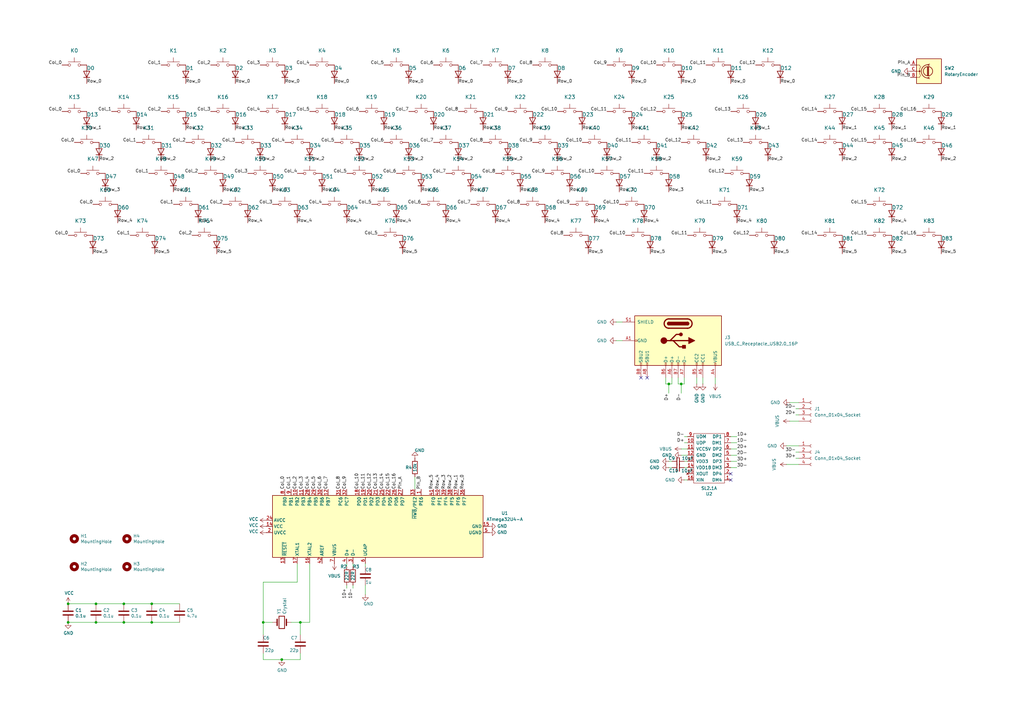
<source format=kicad_sch>
(kicad_sch (version 20250114) (generator "eeschema") (generator_version "9.0")
  (paper "A3")
  (title_block (date "2025-06-17 11:03") (comment 1 "Author: Robility"))
  (lib_symbols
    (symbol "Connector:Conn_01x04_Socket" (pin_names (offset 1.016) (hide yes))
      (property "Reference" "J" (at 0 5.08 0))
      (property "Value" "Conn_01x04_Socket" (at 0 -7.62 0))
      (symbol "Conn_01x04_Socket_1_1"
        (pin passive line (at -5.08 2.54 0) (length 3.81) (name "Pin_1") (number "1"))
        (pin passive line (at -5.08 0 0) (length 3.81) (name "Pin_2") (number "2"))
        (pin passive line (at -5.08 -2.54 0) (length 3.81) (name "Pin_3") (number "3"))
        (pin passive line (at -5.08 -5.08 0) (length 3.81) (name "Pin_4") (number "4"))
      )
    )
    (symbol "Connector:USB_C_Receptacle_USB2.0_16P" (pin_names (offset 1.016))
      (property "Reference" "J" (at 0 22.225 0))
      (property "Value" "USB_C_Receptacle_USB2.0_16P" (at 0 19.685 0))
      (symbol "USB_C_Receptacle_USB2.0_16P_1_1"
        (pin passive line (at -7.62 -22.86 90) (length 5.08) (name "SHIELD") (number "S1"))
        (pin passive line (at 0 -22.86 90) (length 5.08) (name "GND") (number "A1"))
        (pin passive line (at 0 -22.86 90) (length 5.08) (hide yes) (name "GND") (number "A12"))
        (pin passive line (at 0 -22.86 90) (length 5.08) (hide yes) (name "GND") (number "B1"))
        (pin passive line (at 0 -22.86 90) (length 5.08) (hide yes) (name "GND") (number "B12"))
        (pin passive line (at 15.24 15.24 180) (length 5.08) (name "VBUS") (number "A4"))
        (pin passive line (at 15.24 15.24 180) (length 5.08) (hide yes) (name "VBUS") (number "A9"))
        (pin passive line (at 15.24 15.24 180) (length 5.08) (hide yes) (name "VBUS") (number "B4"))
        (pin passive line (at 15.24 15.24 180) (length 5.08) (hide yes) (name "VBUS") (number "B9"))
        (pin bidirectional line (at 15.24 10.16 180) (length 5.08) (name "CC1") (number "A5"))
        (pin bidirectional line (at 15.24 7.62 180) (length 5.08) (name "CC2") (number "B5"))
        (pin bidirectional line (at 15.24 2.54 180) (length 5.08) (name "D-") (number "A7"))
        (pin bidirectional line (at 15.24 0 180) (length 5.08) (name "D-") (number "B7"))
        (pin bidirectional line (at 15.24 -2.54 180) (length 5.08) (name "D+") (number "A6"))
        (pin bidirectional line (at 15.24 -5.08 180) (length 5.08) (name "D+") (number "B6"))
        (pin bidirectional line (at 15.24 -12.7 180) (length 5.08) (name "SBU1") (number "A8"))
        (pin bidirectional line (at 15.24 -15.24 180) (length 5.08) (name "SBU2") (number "B8"))
      )
    )
    (symbol "Device:C" (pin_numbers (hide yes)) (pin_names (offset 0.254))
      (property "Reference" "C" (at 0.635 2.54 0))
      (property "Value" "C" (at 0.635 -2.54 0))
      (symbol "C_1_1"
        (pin passive line (at 0 3.81 270) (length 2.794) (name "~") (number "1"))
        (pin passive line (at 0 -3.81 90) (length 2.794) (name "~") (number "2"))
      )
    )
    (symbol "Device:C_Small" (pin_numbers (hide yes)) (pin_names (offset 0.254) (hide yes))
      (property "Reference" "C" (at 0.254 1.778 0))
      (property "Value" "C_Small" (at 0.254 -2.032 0))
      (symbol "C_Small_1_1"
        (pin passive line (at 0 2.54 270) (length 2.032) (name "~") (number "1"))
        (pin passive line (at 0 -2.54 90) (length 2.032) (name "~") (number "2"))
      )
    )
    (symbol "Device:Crystal" (pin_numbers (hide yes)) (pin_names (offset 1.016) (hide yes))
      (property "Reference" "Y" (at 0 3.81 0))
      (property "Value" "Crystal" (at 0 -3.81 0))
      (symbol "Crystal_1_1"
        (pin passive line (at -3.81 0 0) (length 1.27) (name "1") (number "1"))
        (pin passive line (at 3.81 0 180) (length 1.27) (name "2") (number "2"))
      )
    )
    (symbol "Device:D" (pin_numbers (hide yes)) (pin_names (offset 1.016) (hide yes))
      (property "Reference" "D" (at 0 2.54 0))
      (property "Value" "D" (at 0 -2.54 0))
      (symbol "D_1_1"
        (pin passive line (at -3.81 0 0) (length 2.54) (name "K") (number "1"))
        (pin passive line (at 3.81 0 180) (length 2.54) (name "A") (number "2"))
      )
    )
    (symbol "Device:R" (pin_numbers (hide yes)) (pin_names (offset 0))
      (property "Reference" "R" (at 2.032 0 90))
      (property "Value" "R" (at 0 0 90))
      (symbol "R_1_1"
        (pin passive line (at 0 3.81 270) (length 1.27) (name "~") (number "1"))
        (pin passive line (at 0 -3.81 90) (length 1.27) (name "~") (number "2"))
      )
    )
    (symbol "Device:RotaryEncoder" (pin_names (offset 0.254) (hide yes))
      (property "Reference" "SW" (at 0 6.604 0))
      (property "Value" "RotaryEncoder" (at 0 -6.604 0))
      (symbol "RotaryEncoder_1_1"
        (pin passive line (at -7.62 2.54 0) (length 2.54) (name "A") (number "A"))
        (pin passive line (at -7.62 0 0) (length 2.54) (name "C") (number "C"))
        (pin passive line (at -7.62 -2.54 0) (length 2.54) (name "B") (number "B"))
      )
    )
    (symbol "MCU_Microchip_ATmega:ATmega32U4-A"
      (property "Reference" "U" (at -12.7 44.45 0))
      (property "Value" "ATmega32U4-A" (at 2.54 -44.45 0))
      (symbol "ATmega32U4-A_1_1"
        (pin input line (at -15.24 38.1 0) (length 2.54) (name "~{RESET}") (number "13"))
        (pin input line (at -15.24 33.02 0) (length 2.54) (name "XTAL1") (number "17"))
        (pin output line (at -15.24 27.94 0) (length 2.54) (name "XTAL2") (number "16"))
        (pin passive line (at -15.24 22.86 0) (length 2.54) (name "AREF") (number "42"))
        (pin input line (at -15.24 17.78 0) (length 2.54) (name "VBUS") (number "7"))
        (pin bidirectional line (at -15.24 12.7 0) (length 2.54) (name "D+") (number "4"))
        (pin bidirectional line (at -15.24 10.16 0) (length 2.54) (name "D-") (number "3"))
        (pin passive line (at -15.24 5.08 0) (length 2.54) (name "UCAP") (number "6"))
        (pin power_in line (at -2.54 45.72 270) (length 2.54) (name "UVCC") (number "2"))
        (pin passive line (at -2.54 -45.72 90) (length 2.54) (name "UGND") (number "5"))
        (pin power_in line (at 0 45.72 270) (length 2.54) (name "VCC") (number "14"))
        (pin passive line (at 0 45.72 270) (length 2.54) (hide yes) (name "VCC") (number "34"))
        (pin power_in line (at 0 -45.72 90) (length 2.54) (name "GND") (number "15"))
        (pin passive line (at 0 -45.72 90) (length 2.54) (hide yes) (name "GND") (number "23"))
        (pin passive line (at 0 -45.72 90) (length 2.54) (hide yes) (name "GND") (number "35"))
        (pin passive line (at 0 -45.72 90) (length 2.54) (hide yes) (name "GND") (number "43"))
        (pin power_in line (at 2.54 45.72 270) (length 2.54) (name "AVCC") (number "24"))
        (pin passive line (at 2.54 45.72 270) (length 2.54) (hide yes) (name "AVCC") (number "44"))
        (pin bidirectional line (at 15.24 38.1 180) (length 2.54) (name "PB0") (number "8"))
        (pin bidirectional line (at 15.24 35.56 180) (length 2.54) (name "PB1") (number "9"))
        (pin bidirectional line (at 15.24 33.02 180) (length 2.54) (name "PB2") (number "10"))
        (pin bidirectional line (at 15.24 30.48 180) (length 2.54) (name "PB3") (number "11"))
        (pin bidirectional line (at 15.24 27.94 180) (length 2.54) (name "PB4") (number "28"))
        (pin bidirectional line (at 15.24 25.4 180) (length 2.54) (name "PB5") (number "29"))
        (pin bidirectional line (at 15.24 22.86 180) (length 2.54) (name "PB6") (number "30"))
        (pin bidirectional line (at 15.24 20.32 180) (length 2.54) (name "PB7") (number "12"))
        (pin bidirectional line (at 15.24 15.24 180) (length 2.54) (name "PC6") (number "31"))
        (pin bidirectional line (at 15.24 12.7 180) (length 2.54) (name "PC7") (number "32"))
        (pin bidirectional line (at 15.24 7.62 180) (length 2.54) (name "PD0") (number "18"))
        (pin bidirectional line (at 15.24 5.08 180) (length 2.54) (name "PD1") (number "19"))
        (pin bidirectional line (at 15.24 2.54 180) (length 2.54) (name "PD2") (number "20"))
        (pin bidirectional line (at 15.24 0 180) (length 2.54) (name "PD3") (number "21"))
        (pin bidirectional line (at 15.24 -2.54 180) (length 2.54) (name "PD4") (number "25"))
        (pin bidirectional line (at 15.24 -5.08 180) (length 2.54) (name "PD5") (number "22"))
        (pin bidirectional line (at 15.24 -7.62 180) (length 2.54) (name "PD6") (number "26"))
        (pin bidirectional line (at 15.24 -10.16 180) (length 2.54) (name "PD7") (number "27"))
        (pin bidirectional line (at 15.24 -15.24 180) (length 2.54) (name "~{HWB}/PE2") (number "33"))
        (pin bidirectional line (at 15.24 -17.78 180) (length 2.54) (name "PE6") (number "1"))
        (pin bidirectional line (at 15.24 -22.86 180) (length 2.54) (name "PF0") (number "41"))
        (pin bidirectional line (at 15.24 -25.4 180) (length 2.54) (name "PF1") (number "40"))
        (pin bidirectional line (at 15.24 -27.94 180) (length 2.54) (name "PF4") (number "39"))
        (pin bidirectional line (at 15.24 -30.48 180) (length 2.54) (name "PF5") (number "38"))
        (pin bidirectional line (at 15.24 -33.02 180) (length 2.54) (name "PF6") (number "37"))
        (pin bidirectional line (at 15.24 -35.56 180) (length 2.54) (name "PF7") (number "36"))
      )
    )
    (symbol "Mechanical:MountingHole" (pin_names (offset 1.016)) (in_bom no)
      (property "Reference" "H" (at 0 5.08 0))
      (property "Value" "MountingHole" (at 0 3.175 0))
    )
    (symbol "SL2.1A:SL2.1A" (pin_names (offset 1.016))
      (property "Reference" "U" (at 0 -1.27 0))
      (property "Value" "SL2.1A" (at -5.08 -1.27 0))
      (symbol "SL2.1A_1_1"
        (pin output line (at -7.62 19.05 0) (length 2.54) (name "DM4") (number "1"))
        (pin output line (at -7.62 16.51 0) (length 2.54) (name "DP4") (number "2"))
        (pin output line (at -7.62 13.97 0) (length 2.54) (name "DM3") (number "3"))
        (pin output line (at -7.62 11.43 0) (length 2.54) (name "DP3") (number "4"))
        (pin output line (at -7.62 8.89 0) (length 2.54) (name "DM2") (number "5"))
        (pin output line (at -7.62 6.35 0) (length 2.54) (name "DP2") (number "6"))
        (pin output line (at -7.62 3.81 0) (length 2.54) (name "DM1") (number "7"))
        (pin output line (at -7.62 1.27 0) (length 2.54) (name "DP1") (number "8"))
        (pin power_in line (at 10.16 19.05 180) (length 2.54) (name "XIN") (number "16"))
        (pin no_connect line (at 10.16 16.51 180) (length 2.54) (name "XOUT") (number "15"))
        (pin power_out line (at 10.16 13.97 180) (length 2.54) (name "VDD18") (number "14"))
        (pin power_out line (at 10.16 11.43 180) (length 2.54) (name "VDD3") (number "13"))
        (pin power_in line (at 10.16 8.89 180) (length 2.54) (name "GND") (number "12"))
        (pin power_in line (at 10.16 6.35 180) (length 2.54) (name "VCC5V") (number "11"))
        (pin input line (at 10.16 3.81 180) (length 2.54) (name "UDP") (number "10"))
        (pin input line (at 10.16 1.27 180) (length 2.54) (name "UDM") (number "9"))
      )
    )
    (symbol "Switch:SW_Push" (pin_numbers (hide yes)) (pin_names (offset 1.016) (hide yes))
      (property "Reference" "SW" (at 1.27 2.54 0))
      (property "Value" "SW_Push" (at 0 -1.524 0))
      (symbol "SW_Push_0_1"
        (pin passive line (at -5.08 0 0) (length 2.54) (name "1") (number "1"))
        (pin passive line (at 5.08 0 180) (length 2.54) (name "2") (number "2"))
      )
    )
    (symbol "power:GND" (power) (pin_numbers (hide yes)) (pin_names (offset 0) (hide yes))
      (property "Value" "GND" (at 0 -3.81 0))
      (symbol "GND_1_1"
        (pin power_in line (at 0 0 270) (length 0) (name "~") (number "1"))
      )
    )
    (symbol "power:VBUS" (power) (pin_numbers (hide yes)) (pin_names (offset 0) (hide yes))
      (property "Value" "VBUS" (at 0 3.556 0))
      (symbol "VBUS_1_1"
        (pin power_in line (at 0 0 90) (length 0) (name "~") (number "1"))
      )
    )
    (symbol "power:VCC" (power) (pin_numbers (hide yes)) (pin_names (offset 0) (hide yes))
      (property "Value" "VCC" (at 0 3.556 0))
      (symbol "VCC_1_1"
        (pin power_in line (at 0 0 90) (length 0) (name "~") (number "1"))
      )
    )
  )
  (junction (at 123.19 255.27))
  (junction (at 50.8 255.27))
  (junction (at 274.32 157.48))
  (junction (at 107.95 255.27))
  (junction (at 27.94 247.65))
  (junction (at 115.57 270.51))
  (junction (at 62.23 247.65))
  (junction (at 39.37 255.27))
  (junction (at 50.8 247.65))
  (junction (at 27.94 255.27))
  (junction (at 62.23 255.27))
  (junction (at 39.37 247.65))
  (junction (at 279.4 157.48))
  (no_connect (at 299.72 194.31))
  (no_connect (at 299.72 196.85))
  (no_connect (at 262.89 154.94))
  (no_connect (at 265.43 154.94))
  (wire (pts (xy 107.95 270.51) (xy 107.95 267.97)))
  (wire (pts (xy 299.72 191.77) (xy 302.26 191.77)))
  (wire (pts (xy 299.72 184.15) (xy 302.26 184.15)))
  (wire (pts (xy 149.86 240.03) (xy 149.86 243.84)))
  (wire (pts (xy 326.39 167.64) (xy 327.66 167.64)))
  (wire (pts (xy 274.32 157.48) (xy 274.32 161.29)))
  (wire (pts (xy 39.37 247.65) (xy 50.8 247.65)))
  (wire (pts (xy 279.4 157.48) (xy 279.4 161.29)))
  (wire (pts (xy 278.13 157.48) (xy 279.4 157.48)))
  (wire (pts (xy 280.67 181.61) (xy 281.94 181.61)))
  (wire (pts (xy 62.23 255.27) (xy 73.66 255.27)))
  (wire (pts (xy 280.67 191.77) (xy 281.94 191.77)))
  (wire (pts (xy 322.58 190.5) (xy 327.66 190.5)))
  (wire (pts (xy 144.78 240.03) (xy 144.78 241.3)))
  (wire (pts (xy 274.32 191.77) (xy 275.59 191.77)))
  (wire (pts (xy 285.75 154.94) (xy 285.75 157.48)))
  (wire (pts (xy 123.19 255.27) (xy 123.19 260.35)))
  (wire (pts (xy 107.95 260.35) (xy 107.95 255.27)))
  (wire (pts (xy 142.24 231.14) (xy 142.24 232.41)))
  (wire (pts (xy 280.67 157.48) (xy 280.67 154.94)))
  (wire (pts (xy 111.76 255.27) (xy 107.95 255.27)))
  (wire (pts (xy 144.78 231.14) (xy 144.78 232.41)))
  (wire (pts (xy 252.73 139.7) (xy 255.27 139.7)))
  (wire (pts (xy 299.72 179.07) (xy 302.26 179.07)))
  (wire (pts (xy 280.67 196.85) (xy 281.94 196.85)))
  (wire (pts (xy 280.67 189.23) (xy 281.94 189.23)))
  (wire (pts (xy 50.8 255.27) (xy 62.23 255.27)))
  (wire (pts (xy 252.73 132.08) (xy 255.27 132.08)))
  (wire (pts (xy 279.4 186.69) (xy 281.94 186.69)))
  (wire (pts (xy 27.94 255.27) (xy 39.37 255.27)))
  (wire (pts (xy 278.13 154.94) (xy 278.13 157.48)))
  (wire (pts (xy 323.85 172.72) (xy 327.66 172.72)))
  (wire (pts (xy 115.57 270.51) (xy 123.19 270.51)))
  (wire (pts (xy 293.37 154.94) (xy 293.37 157.48)))
  (wire (pts (xy 123.19 270.51) (xy 123.19 267.97)))
  (wire (pts (xy 279.4 184.15) (xy 281.94 184.15)))
  (wire (pts (xy 275.59 157.48) (xy 275.59 154.94)))
  (wire (pts (xy 107.95 255.27) (xy 107.95 238.76)))
  (wire (pts (xy 27.94 247.65) (xy 39.37 247.65)))
  (wire (pts (xy 127 231.14) (xy 127 255.27)))
  (wire (pts (xy 127 255.27) (xy 123.19 255.27)))
  (wire (pts (xy 142.24 240.03) (xy 142.24 241.3)))
  (wire (pts (xy 280.67 157.48) (xy 279.4 157.48)))
  (wire (pts (xy 326.39 187.96) (xy 327.66 187.96)))
  (wire (pts (xy 299.72 186.69) (xy 302.26 186.69)))
  (wire (pts (xy 288.29 154.94) (xy 288.29 157.48)))
  (wire (pts (xy 121.92 238.76) (xy 107.95 238.76)))
  (wire (pts (xy 299.72 181.61) (xy 302.26 181.61)))
  (wire (pts (xy 170.18 195.58) (xy 170.18 200.66)))
  (wire (pts (xy 273.05 157.48) (xy 274.32 157.48)))
  (wire (pts (xy 323.85 165.1) (xy 327.66 165.1)))
  (wire (pts (xy 107.95 270.51) (xy 115.57 270.51)))
  (wire (pts (xy 326.39 170.18) (xy 327.66 170.18)))
  (wire (pts (xy 121.92 231.14) (xy 121.92 238.76)))
  (wire (pts (xy 119.38 255.27) (xy 123.19 255.27)))
  (wire (pts (xy 299.72 189.23) (xy 302.26 189.23)))
  (wire (pts (xy 149.86 231.14) (xy 149.86 232.41)))
  (wire (pts (xy 326.39 185.42) (xy 327.66 185.42)))
  (wire (pts (xy 273.05 154.94) (xy 273.05 157.48)))
  (wire (pts (xy 274.32 189.23) (xy 275.59 189.23)))
  (wire (pts (xy 39.37 255.27) (xy 50.8 255.27)))
  (wire (pts (xy 280.67 179.07) (xy 281.94 179.07)))
  (wire (pts (xy 50.8 247.65) (xy 62.23 247.65)))
  (wire (pts (xy 62.23 247.65) (xy 73.66 247.65)))
  (wire (pts (xy 322.58 182.88) (xy 327.66 182.88)))
  (wire (pts (xy 275.59 157.48) (xy 274.32 157.48)))
  (label "Row_0" (at 35.56 34.29 0))
  (label "Col_0" (at 27.94 96.52 180))
  (label "Row_4" (at 81.28 91.44 0))
  (label "Col_3" (at 101.6 71.12 180))
  (label "Col_11" (at 248.92 45.72 180))
  (label "Row_1" (at 55.88 53.34 0))
  (label "Col_11" (at 149.86 200.66 90))
  (label "Col_6" (at 162.56 71.12 180))
  (label "Col_1" (at 60.96 71.12 180))
  (label "Row_4" (at 121.92 91.44 0))
  (label "Col_16" (at 162.56 200.66 90))
  (label "Col_0" (at 116.84 200.66 90))
  (label "Col_2" (at 78.74 96.52 180))
  (label "Row_2" (at 365.76 66.04 0))
  (label "Col_5" (at 154.94 96.52 180))
  (label "Row_3" (at 213.36 78.74 0))
  (label "Col_4" (at 132.08 83.82 180))
  (label "3D-" (at 302.26 191.77 0))
  (label "Col_9" (at 233.68 83.82 180))
  (label "Col_5" (at 127 45.72 180))
  (label "Col_15" (at 355.6 83.82 180))
  (label "Col_12" (at 307.34 96.52 180))
  (label "Col_10" (at 269.24 26.67 180))
  (label "Col_13" (at 299.72 45.72 180))
  (label "Row_2" (at 66.04 66.04 0))
  (label "Row_5" (at 292.1 104.14 0))
  (label "Row_3" (at 43.18 78.74 0))
  (label "Row_4" (at 264.16 91.44 0))
  (label "Col_11" (at 264.16 71.12 180))
  (label "Col_3" (at 96.52 58.42 180))
  (label "Row_4" (at 162.56 91.44 0))
  (label "Row_5" (at 63.5 104.14 0))
  (label "Row_0" (at 228.6 34.29 0))
  (label "Col_16" (at 375.92 96.52 180))
  (label "Row_5" (at 177.8 200.66 90))
  (label "Col_7" (at 167.64 45.72 180))
  (label "Col_15" (at 355.6 96.52 180))
  (label "Col_1" (at 55.88 58.42 180))
  (label "Col_13" (at 154.94 200.66 90))
  (label "3D+" (at 302.26 189.23 0))
  (label "Col_10" (at 256.54 96.52 180))
  (label "Row_4" (at 180.34 200.66 90))
  (label "Col_2" (at 76.2 58.42 180))
  (label "Col_1" (at 66.04 26.67 180))
  (label "Row_4" (at 182.88 91.44 0))
  (label "Col_6" (at 177.8 26.67 180))
  (label "Row_5" (at 317.5 104.14 0))
  (label "Row_2" (at 248.92 66.04 0))
  (label "Row_4" (at 142.24 91.44 0))
  (label "Row_3" (at 172.72 78.74 0))
  (label "Col_9" (at 218.44 58.42 180))
  (label "Col_6" (at 157.48 58.42 180))
  (label "Col_4" (at 116.84 58.42 180))
  (label "Row_3" (at 111.76 78.74 0))
  (label "Col_4" (at 127 26.67 180))
  (label "Col_0" (at 25.4 26.67 180))
  (label "Col_8" (at 218.44 26.67 180))
  (label "Pin_A" (at 165.1 200.66 90))
  (label "D-" (at 280.67 179.07 180))
  (label "Row_5" (at 365.76 104.14 0))
  (label "Row_2" (at 167.64 66.04 0))
  (label "Row_2" (at 345.44 66.04 0))
  (label "Row_3" (at 233.68 78.74 0))
  (label "3D+" (at 326.39 187.96 180))
  (label "Col_3" (at 106.68 26.67 180))
  (label "Row_5" (at 386.08 104.14 0))
  (label "Col_15" (at 355.6 45.72 180))
  (label "Col_14" (at 335.28 96.52 180))
  (label "Row_1" (at 35.56 53.34 0))
  (label "Row_0" (at 259.08 34.29 0))
  (label "Row_3" (at 132.08 78.74 0))
  (label "1D+" (at 142.24 241.3 270))
  (label "Row_4" (at 243.84 91.44 0))
  (label "Col_8" (at 231.14 96.52 180))
  (label "Row_0" (at 167.64 34.29 0))
  (label "Col_10" (at 243.84 71.12 180))
  (label "Row_1" (at 76.2 53.34 0))
  (label "Col_8" (at 203.2 71.12 180))
  (label "Col_11" (at 259.08 58.42 180))
  (label "Col_8" (at 139.7 200.66 90))
  (label "2D+" (at 302.26 184.15 0))
  (label "Col_0" (at 25.4 45.72 180))
  (label "Row_0" (at 320.04 34.29 0))
  (label "Col_8" (at 198.12 58.42 180))
  (label "D+" (at 280.67 181.61 180))
  (label "Col_10" (at 228.6 45.72 180))
  (label "Col_9" (at 248.92 26.67 180))
  (label "Row_3" (at 91.44 78.74 0))
  (label "Row_2" (at 106.68 66.04 0))
  (label "Row_1" (at 279.4 53.34 0))
  (label "Col_14" (at 335.28 58.42 180))
  (label "Col_10" (at 254 83.82 180))
  (label "Row_2" (at 187.96 66.04 0))
  (label "Row_4" (at 203.2 91.44 0))
  (label "Col_12" (at 152.4 200.66 90))
  (label "2D-" (at 326.39 167.64 180))
  (label "Row_1" (at 157.48 53.34 0))
  (label "Row_2" (at 147.32 66.04 0))
  (label "Col_9" (at 223.52 71.12 180))
  (label "Col_3" (at 124.46 200.66 90))
  (label "Col_11" (at 292.1 83.82 180))
  (label "Col_8" (at 213.36 83.82 180))
  (label "Row_2" (at 228.6 66.04 0))
  (label "Col_3" (at 86.36 45.72 180))
  (label "Col_4" (at 121.92 71.12 180))
  (label "Col_6" (at 147.32 45.72 180))
  (label "Row_5" (at 38.1 104.14 0))
  (label "Col_5" (at 129.54 200.66 90))
  (label "Col_2" (at 91.44 83.82 180))
  (label "Row_4" (at 101.6 91.44 0))
  (label "Row_3" (at 193.04 78.74 0))
  (label "Row_3" (at 71.12 78.74 0))
  (label "Row_0" (at 299.72 34.29 0))
  (label "D+" (at 274.32 161.29 270))
  (label "Row_2" (at 40.64 66.04 0))
  (label "D-" (at 279.4 161.29 270))
  (label "Row_0" (at 208.28 34.29 0))
  (label "Col_5" (at 142.24 71.12 180))
  (label "Col_0" (at 30.48 58.42 180))
  (label "Col_12" (at 279.4 58.42 180))
  (label "Row_0" (at 187.96 34.29 0))
  (label "Col_5" (at 157.48 26.67 180))
  (label "Col_14" (at 335.28 45.72 180))
  (label "Col_15" (at 355.6 58.42 180))
  (label "Row_1" (at 238.76 53.34 0))
  (label "Col_12" (at 269.24 45.72 180))
  (label "Col_3" (at 111.76 83.82 180))
  (label "1D+" (at 302.26 179.07 0))
  (label "Row_0" (at 116.84 34.29 0))
  (label "Row_1" (at 259.08 53.34 0))
  (label "3D-" (at 326.39 185.42 180))
  (label "Col_2" (at 86.36 26.67 180))
  (label "Col_7" (at 198.12 26.67 180))
  (label "Row_2" (at 289.56 66.04 0))
  (label "Row_2" (at 386.08 66.04 0))
  (label "Row_2" (at 185.42 200.66 90))
  (label "Col_9" (at 142.24 200.66 90))
  (label "2D-" (at 302.26 186.69 0))
  (label "Col_1" (at 71.12 83.82 180))
  (label "Row_5" (at 345.44 104.14 0))
  (label "Col_7" (at 193.04 83.82 180))
  (label "Row_1" (at 187.96 200.66 90))
  (label "Col_0" (at 38.1 83.82 180))
  (label "Col_4" (at 106.68 45.72 180))
  (label "Row_2" (at 208.28 66.04 0))
  (label "Row_1" (at 137.16 53.34 0))
  (label "Col_13" (at 304.8 58.42 180))
  (label "1D-" (at 144.78 241.3 270))
  (label "Row_1" (at 386.08 53.34 0))
  (label "Col_10" (at 147.32 200.66 90))
  (label "Row_2" (at 86.36 66.04 0))
  (label "Col_9" (at 208.28 45.72 180))
  (label "Row_3" (at 182.88 200.66 90))
  (label "Row_3" (at 307.34 78.74 0))
  (label "Col_1" (at 53.34 96.52 180))
  (label "Row_1" (at 218.44 53.34 0))
  (label "Row_4" (at 223.52 91.44 0))
  (label "Col_12" (at 297.18 71.12 180))
  (label "Row_4" (at 302.26 91.44 0))
  (label "Col_12" (at 309.88 26.67 180))
  (label "Col_1" (at 119.38 200.66 90))
  (label "Col_2" (at 121.92 200.66 90))
  (label "Row_4" (at 48.26 91.44 0))
  (label "Col_5" (at 137.16 58.42 180))
  (label "Row_3" (at 152.4 78.74 0))
  (label "Col_2" (at 81.28 71.12 180))
  (label "Col_11" (at 289.56 26.67 180))
  (label "Col_6" (at 132.08 200.66 90))
  (label "Row_1" (at 96.52 53.34 0))
  (label "Row_1" (at 365.76 53.34 0))
  (label "Row_2" (at 127 66.04 0))
  (label "Col_14" (at 157.48 200.66 90))
  (label "Row_0" (at 190.5 200.66 90))
  (label "Row_1" (at 309.88 53.34 0))
  (label "Row_1" (at 116.84 53.34 0))
  (label "Pin_B" (at 172.72 200.66 90))
  (label "Row_1" (at 345.44 53.34 0))
  (label "Col_1" (at 45.72 45.72 180))
  (label "Col_15" (at 160.02 200.66 90))
  (label "Col_7" (at 134.62 200.66 90))
  (label "2D+" (at 326.39 170.18 180))
  (label "Row_0" (at 137.16 34.29 0))
  (label "Col_6" (at 172.72 83.82 180))
  (label "Row_3" (at 274.32 78.74 0))
  (label "Pin_B" (at 373.38 31.75 180))
  (label "Row_5" (at 88.9 104.14 0))
  (label "Row_5" (at 241.3 104.14 0))
  (label "Row_5" (at 266.7 104.14 0))
  (label "Row_3" (at 254 78.74 0))
  (label "Row_4" (at 365.76 91.44 0))
  (label "Col_16" (at 375.92 45.72 180))
  (label "Row_5" (at 165.1 104.14 0))
  (label "Pin_A" (at 373.38 26.67 180))
  (label "Row_0" (at 279.4 34.29 0))
  (label "Row_2" (at 269.24 66.04 0))
  (label "Col_7" (at 177.8 58.42 180))
  (label "Row_0" (at 96.52 34.29 0))
  (label "Row_2" (at 314.96 66.04 0))
  (label "Col_8" (at 187.96 45.72 180))
  (label "Col_7" (at 182.88 71.12 180))
  (label "Col_11" (at 281.94 96.52 180))
  (label "Col_5" (at 152.4 83.82 180))
  (label "Col_16" (at 375.92 58.42 180))
  (label "Row_0" (at 76.2 34.29 0))
  (label "Col_2" (at 66.04 45.72 180))
  (label "Col_10" (at 238.76 58.42 180))
  (label "1D-" (at 302.26 181.61 0))
  (label "Row_1" (at 198.12 53.34 0))
  (label "Col_4" (at 127 200.66 90))
  (label "Row_1" (at 177.8 53.34 0))
  (label "Col_0" (at 33.02 71.12 180))
  (symbol (lib_id "power:GND") (at 115.57 270.51 0) (unit 1)
    (property "Reference" "#PWR0101" (effects (hide yes)))
    (property "Value" "GND" (at 115.697 274.9042 0))
  )
  (symbol (lib_id "power:GND") (at 27.94 255.27 0) (unit 1)
    (property "Reference" "#PWR0102" (effects (hide yes)))
    (property "Value" "GND" (at 28.067 259.6642 0))
  )
  (symbol (lib_id "power:VCC") (at 27.94 247.65 0) (unit 1)
    (property "Reference" "#PWR0103" (effects (hide yes)))
    (property "Value" "VCC" (at 28.3718 243.2558 0))
  )
  (symbol (lib_id "power:GND") (at 170.18 187.96 180) (unit 1)
    (property "Reference" "#PWR0106" (effects (hide yes)))
    (property "Value" "GND" (at 170.053 184.7088 0) (effects (justify right)))
  )
  (symbol (lib_id "Device:C") (at 149.86 236.22 0) (unit 1)
    (property "Reference" "C8" (at 151.13 233.68 0))
    (property "Value" "1u" (at 151.13 238.76 0))
    (property "Footprint" "Capacitor_SMD:C_0805_2012Metric" (effects (hide yes)))
  )
  (symbol (lib_id "power:GND") (at 149.86 243.84 0) (unit 1)
    (property "Reference" "#PWR0107" (effects (hide yes)))
    (property "Value" "GND" (at 151.13 247.65 0))
  )
  (symbol (lib_id "power:VCC") (at 109.22 213.36 90) (unit 1)
    (property "Reference" "#PWR0108" (effects (hide yes)))
    (property "Value" "VCC" (at 105.9688 212.9282 90) (effects (justify left)))
  )
  (symbol (lib_id "Mechanical:MountingHole") (at 30.48 232.41 0) (unit 1)
    (property "Reference" "H2" (at 33.02 231.2416 0) (effects (justify left)))
    (property "Value" "MountingHole" (at 33.02 233.553 0) (effects (justify left)))
    (property "Footprint" "MountingHole:MountingHole_3.2mm_M3_DIN965" (effects (hide yes)))
  )
  (symbol (lib_id "Mechanical:MountingHole") (at 30.48 220.98 0) (unit 1)
    (property "Reference" "H1" (at 33.02 219.8116 0) (effects (justify left)))
    (property "Value" "MountingHole" (at 33.02 222.123 0) (effects (justify left)))
    (property "Footprint" "MountingHole:MountingHole_3.2mm_M3_DIN965" (effects (hide yes)))
  )
  (symbol (lib_id "power:VCC") (at 109.22 215.9 90) (unit 1)
    (property "Reference" "#PWR0110" (effects (hide yes)))
    (property "Value" "VCC" (at 105.9942 215.4428 90) (effects (justify left)))
  )
  (symbol (lib_id "Mechanical:MountingHole") (at 52.07 220.98 0) (unit 1)
    (property "Reference" "H4" (at 54.61 219.8116 0) (effects (justify left)))
    (property "Value" "MountingHole" (at 54.61 222.123 0) (effects (justify left)))
    (property "Footprint" "MountingHole:MountingHole_3.2mm_M3_DIN965" (effects (hide yes)))
  )
  (symbol (lib_id "power:GND") (at 200.66 215.9 90) (unit 1)
    (property "Reference" "#PWR0111" (effects (hide yes)))
    (property "Value" "GND" (at 203.9112 215.773 90) (effects (justify right)))
  )
  (symbol (lib_id "Mechanical:MountingHole") (at 52.07 232.41 0) (unit 1)
    (property "Reference" "H3" (at 54.61 231.2416 0) (effects (justify left)))
    (property "Value" "MountingHole" (at 54.61 233.553 0) (effects (justify left)))
    (property "Footprint" "MountingHole:MountingHole_3.2mm_M3_DIN965" (effects (hide yes)))
  )
  (symbol (lib_id "power:GND") (at 200.66 218.44 90) (unit 1)
    (property "Reference" "#PWR0113" (effects (hide yes)))
    (property "Value" "GND" (at 203.9112 218.313 90) (effects (justify right)))
  )
  (symbol (lib_id "power:VCC") (at 109.22 218.44 90) (unit 1)
    (property "Reference" "#PWR01" (effects (hide yes)))
    (property "Value" "VCC" (at 105.9942 217.9828 90) (effects (justify left)))
  )
  (symbol (lib_id "Device:R") (at 142.24 236.22 0) (unit 1)
    (property "Reference" "R2" (at 140.97 232.41 0))
    (property "Value" "22R" (at 142.24 236.22 90))
    (property "Footprint" "Resistor_SMD:R_0805_2012Metric" (effects (hide yes)))
  )
  (symbol (lib_id "Device:R") (at 144.78 236.22 0) (unit 1)
    (property "Reference" "R3" (at 146.05 232.41 0))
    (property "Value" "22R" (at 144.78 236.22 90))
    (property "Footprint" "Resistor_SMD:R_0805_2012Metric" (effects (hide yes)))
  )
  (symbol (lib_id "Device:R") (at 170.18 191.77 0) (unit 1)
    (property "Reference" "R4" (at 167.64 191.77 0))
    (property "Value" "10k" (at 170.18 191.77 90))
    (property "Footprint" "Resistor_SMD:R_0805_2012Metric" (effects (hide yes)))
  )
  (symbol (lib_id "Device:C") (at 27.94 251.46 0) (unit 1)
    (property "Reference" "C1" (at 30.861 250.2916 0) (effects (justify left)))
    (property "Value" "0.1u" (at 30.861 252.603 0) (effects (justify left)))
    (property "Footprint" "Capacitor_SMD:C_0805_2012Metric" (effects (hide yes)))
  )
  (symbol (lib_id "Device:C") (at 39.37 251.46 0) (unit 1)
    (property "Reference" "C2" (at 42.291 250.2916 0) (effects (justify left)))
    (property "Value" "0.1u" (at 42.291 252.603 0) (effects (justify left)))
    (property "Footprint" "Capacitor_SMD:C_0805_2012Metric" (effects (hide yes)))
  )
  (symbol (lib_id "Device:C") (at 50.8 251.46 0) (unit 1)
    (property "Reference" "C3" (at 53.721 250.2916 0) (effects (justify left)))
    (property "Value" "0.1u" (at 53.721 252.603 0) (effects (justify left)))
    (property "Footprint" "Capacitor_SMD:C_0805_2012Metric" (effects (hide yes)))
  )
  (symbol (lib_id "Device:C") (at 62.23 251.46 0) (unit 1)
    (property "Reference" "C4" (at 65.151 250.2916 0) (effects (justify left)))
    (property "Value" "0.1u" (at 65.151 252.603 0) (effects (justify left)))
    (property "Footprint" "Capacitor_SMD:C_0805_2012Metric" (effects (hide yes)))
  )
  (symbol (lib_id "Device:C") (at 73.66 251.46 0) (unit 1)
    (property "Reference" "C5" (at 76.581 250.2916 0) (effects (justify left)))
    (property "Value" "4.7u" (at 76.581 252.603 0) (effects (justify left)))
    (property "Footprint" "Capacitor_SMD:C_0805_2012Metric" (effects (hide yes)))
  )
  (symbol (lib_id "Device:C") (at 123.19 264.16 0) (unit 1)
    (property "Reference" "C7" (at 120.65 261.62 0))
    (property "Value" "22p" (at 120.65 266.7 0))
    (property "Footprint" "Capacitor_SMD:C_0805_2012Metric" (effects (hide yes)))
  )
  (symbol (lib_id "Device:C") (at 107.95 264.16 0) (unit 1)
    (property "Reference" "C6" (at 109.22 261.62 0))
    (property "Value" "22p" (at 110.49 266.7 0))
    (property "Footprint" "Capacitor_SMD:C_0805_2012Metric" (effects (hide yes)))
  )
  (symbol (lib_id "Device:Crystal") (at 115.57 255.27 0) (unit 1)
    (property "Reference" "Y1" (at 114.4016 251.9426 90) (effects (justify left)))
    (property "Value" "Crystal" (at 116.713 251.9426 90) (effects (justify left)))
    (property "Footprint" "Crystal:Crystal_SMD_5032-2Pin_5.0x3.2mm_HandSoldering" (effects (hide yes)))
  )
  (symbol (lib_id "Switch:SW_Push") (at 142.24 58.42 0) (unit 1)
    (property "Reference" "K35" (at 142.24 52.5018 0) (effects (font (size 1.524 1.524))))
    (property "Value" "T" (effects (hide yes)))
    (property "Footprint" "Button_Switch_Keyboard:SW_Cherry_MX_1.00u_PCB" (effects (hide yes)))
  )
  (symbol (lib_id "power:VBUS") (at 293.37 157.48 180) (unit 1)
    (property "Reference" "#PWR06" (effects (hide yes)))
    (property "Value" "VBUS" (at 293.37 162.56 0))
    (property "Description" "Power symbol creates a global label with name \"VBUS\"" (effects (hide yes)))
  )
  (symbol (lib_id "Switch:SW_Push") (at 132.08 45.72 0) (unit 1)
    (property "Reference" "K18" (at 132.08 39.8018 0) (effects (font (size 1.524 1.524))))
    (property "Value" "%,5" (effects (hide yes)))
    (property "Footprint" "Button_Switch_Keyboard:SW_Cherry_MX_1.00u_PCB" (effects (hide yes)))
  )
  (symbol (lib_id "Device:D") (at 187.96 62.23 90) (unit 1)
    (property "Reference" "D37" (at 187.96 59.69 90) (effects (font (size 1.524 1.524)) (justify right)))
    (property "Value" "D" (effects (hide yes)))
    (property "Footprint" "Diode_SMD:D_0805_2012Metric_Pad1.15x1.40mm_HandSolder" (effects (hide yes)))
  )
  (symbol (lib_id "Switch:SW_Push") (at 121.92 58.42 0) (unit 1)
    (property "Reference" "K34" (at 121.92 52.5018 0) (effects (font (size 1.524 1.524))))
    (property "Value" "R" (effects (hide yes)))
    (property "Footprint" "Button_Switch_Keyboard:SW_Cherry_MX_1.00u_PCB" (effects (hide yes)))
  )
  (symbol (lib_id "Switch:SW_Push") (at 381 96.52 0) (unit 1)
    (property "Reference" "K83" (at 381 90.6018 0) (effects (font (size 1.524 1.524))))
    (property "Value" "→" (effects (hide yes)))
    (property "Footprint" "Button_Switch_Keyboard:SW_Cherry_MX_1.00u_PCB" (effects (hide yes)))
  )
  (symbol (lib_id "Switch:SW_Push") (at 30.48 26.67 0) (unit 1)
    (property "Reference" "K0" (at 30.48 20.7518 0) (effects (font (size 1.524 1.524))))
    (property "Value" "Esc" (effects (hide yes)))
    (property "Footprint" "Button_Switch_Keyboard:SW_Cherry_MX_1.00u_PCB" (effects (hide yes)))
  )
  (symbol (lib_id "Device:D") (at 317.5 100.33 90) (unit 1)
    (property "Reference" "D80" (at 317.5 97.79 90) (effects (font (size 1.524 1.524)) (justify right)))
    (property "Value" "D" (effects (hide yes)))
    (property "Footprint" "Diode_SMD:D_0805_2012Metric_Pad1.15x1.40mm_HandSolder" (effects (hide yes)))
  )
  (symbol (lib_id "Device:D") (at 279.4 30.48 90) (unit 1)
    (property "Reference" "D10" (at 279.4 27.94 90) (effects (font (size 1.524 1.524)) (justify right)))
    (property "Value" "D" (effects (hide yes)))
    (property "Footprint" "Diode_SMD:D_0805_2012Metric_Pad1.15x1.40mm_HandSolder" (effects (hide yes)))
  )
  (symbol (lib_id "Switch:SW_Push") (at 177.8 83.82 0) (unit 1)
    (property "Reference" "K66" (at 177.8 77.9018 0) (effects (font (size 1.524 1.524))))
    (property "Value" "N" (effects (hide yes)))
    (property "Footprint" "Button_Switch_Keyboard:SW_Cherry_MX_1.00u_PCB" (effects (hide yes)))
  )
  (symbol (lib_id "Device:D") (at 167.64 62.23 90) (unit 1)
    (property "Reference" "D36" (at 167.64 59.69 90) (effects (font (size 1.524 1.524)) (justify right)))
    (property "Value" "D" (effects (hide yes)))
    (property "Footprint" "Diode_SMD:D_0805_2012Metric_Pad1.15x1.40mm_HandSolder" (effects (hide yes)))
  )
  (symbol (lib_id "Switch:SW_Push") (at 50.8 45.72 0) (unit 1)
    (property "Reference" "K14" (at 50.8 39.8018 0) (effects (font (size 1.524 1.524))))
    (property "Value" "!,1" (effects (hide yes)))
    (property "Footprint" "Button_Switch_Keyboard:SW_Cherry_MX_1.00u_PCB" (effects (hide yes)))
  )
  (symbol (lib_id "power:GND") (at 280.67 196.85 270) (unit 1)
    (property "Reference" "#PWR010" (effects (hide yes)))
    (property "Value" "GND" (at 276.86 196.85 90) (effects (justify right)))
  )
  (symbol (lib_id "Switch:SW_Push") (at 182.88 26.67 0) (unit 1)
    (property "Reference" "K6" (at 182.88 20.7518 0) (effects (font (size 1.524 1.524))))
    (property "Value" "F6" (effects (hide yes)))
    (property "Footprint" "Button_Switch_Keyboard:SW_Cherry_MX_1.00u_PCB" (effects (hide yes)))
  )
  (symbol (lib_id "Device:D") (at 137.16 49.53 90) (unit 1)
    (property "Reference" "D18" (at 137.16 46.99 90) (effects (font (size 1.524 1.524)) (justify right)))
    (property "Value" "D" (effects (hide yes)))
    (property "Footprint" "Diode_SMD:D_0805_2012Metric_Pad1.15x1.40mm_HandSolder" (effects (hide yes)))
  )
  (symbol (lib_id "Switch:SW_Push") (at 314.96 26.67 0) (unit 1)
    (property "Reference" "K12" (at 314.96 20.7518 0) (effects (font (size 1.524 1.524))))
    (property "Value" "F12" (effects (hide yes)))
    (property "Footprint" "Button_Switch_Keyboard:SW_Cherry_MX_1.00u_PCB" (effects (hide yes)))
  )
  (symbol (lib_id "Device:D") (at 172.72 74.93 90) (unit 1)
    (property "Reference" "D53" (at 172.72 72.39 90) (effects (font (size 1.524 1.524)) (justify right)))
    (property "Value" "D" (effects (hide yes)))
    (property "Footprint" "Diode_SMD:D_0805_2012Metric_Pad1.15x1.40mm_HandSolder" (effects (hide yes)))
  )
  (symbol (lib_id "Device:D") (at 63.5 100.33 90) (unit 1)
    (property "Reference" "D74" (at 63.5 97.79 90) (effects (font (size 1.524 1.524)) (justify right)))
    (property "Value" "D" (effects (hide yes)))
    (property "Footprint" "Diode_SMD:D_0805_2012Metric_Pad1.15x1.40mm_HandSolder" (effects (hide yes)))
  )
  (symbol (lib_id "Switch:SW_Push") (at 76.2 83.82 0) (unit 1)
    (property "Reference" "K61" (at 76.2 77.9018 0) (effects (font (size 1.524 1.524))))
    (property "Value" "Z" (effects (hide yes)))
    (property "Footprint" "Button_Switch_Keyboard:SW_Cherry_MX_1.00u_PCB" (effects (hide yes)))
  )
  (symbol (lib_id "power:GND") (at 252.73 139.7 270) (unit 1)
    (property "Reference" "#PWR03" (effects (hide yes)))
    (property "Value" "GND" (at 248.92 139.6999 90) (effects (justify right)))
    (property "Description" "Power symbol creates a global label with name \"GND\" , ground" (effects (hide yes)))
  )
  (symbol (lib_id "Device:D") (at 218.44 49.53 90) (unit 1)
    (property "Reference" "D22" (at 218.44 46.99 90) (effects (font (size 1.524 1.524)) (justify right)))
    (property "Value" "D" (effects (hide yes)))
    (property "Footprint" "Diode_SMD:D_0805_2012Metric_Pad1.15x1.40mm_HandSolder" (effects (hide yes)))
  )
  (symbol (lib_id "power:GND") (at 252.73 132.08 270) (unit 1)
    (property "Reference" "#PWR02" (effects (hide yes)))
    (property "Value" "GND" (at 248.92 132.0799 90) (effects (justify right)))
    (property "Description" "Power symbol creates a global label with name \"GND\" , ground" (effects (hide yes)))
  )
  (symbol (lib_id "Device:D") (at 259.08 49.53 90) (unit 1)
    (property "Reference" "D24" (at 259.08 46.99 90) (effects (font (size 1.524 1.524)) (justify right)))
    (property "Value" "D" (effects (hide yes)))
    (property "Footprint" "Diode_SMD:D_0805_2012Metric_Pad1.15x1.40mm_HandSolder" (effects (hide yes)))
  )
  (symbol (lib_id "Switch:SW_Push") (at 213.36 45.72 0) (unit 1)
    (property "Reference" "K22" (at 213.36 39.8018 0) (effects (font (size 1.524 1.524))))
    (property "Value" "(,9" (effects (hide yes)))
    (property "Footprint" "Button_Switch_Keyboard:SW_Cherry_MX_1.00u_PCB" (effects (hide yes)))
  )
  (symbol (lib_id "Device:D") (at 365.76 87.63 90) (unit 1)
    (property "Reference" "D72" (at 365.76 85.09 90) (effects (font (size 1.524 1.524)) (justify right)))
    (property "Value" "D" (effects (hide yes)))
    (property "Footprint" "Diode_SMD:D_0805_2012Metric_Pad1.15x1.40mm_HandSolder" (effects (hide yes)))
  )
  (symbol (lib_id "Switch:SW_Push") (at 127 71.12 0) (unit 1)
    (property "Reference" "K51" (at 127 65.2018 0) (effects (font (size 1.524 1.524))))
    (property "Value" "F" (effects (hide yes)))
    (property "Footprint" "Button_Switch_Keyboard:SW_Cherry_MX_1.00u_PCB" (effects (hide yes)))
  )
  (symbol (lib_id "power:VBUS") (at 323.85 172.72 90) (unit 1)
    (property "Reference" "#PWR013" (effects (hide yes)))
    (property "Value" "VBUS" (at 318.77 172.72 0))
    (property "Description" "Power symbol creates a global label with name \"VBUS\"" (effects (hide yes)))
  )
  (symbol (lib_id "Switch:SW_Push") (at 91.44 45.72 0) (unit 1)
    (property "Reference" "K16" (at 91.44 39.8018 0) (effects (font (size 1.524 1.524))))
    (property "Value" "#,3" (effects (hide yes)))
    (property "Footprint" "Button_Switch_Keyboard:SW_Cherry_MX_1.00u_PCB" (effects (hide yes)))
  )
  (symbol (lib_id "Device:D") (at 309.88 49.53 90) (unit 1)
    (property "Reference" "D26" (at 309.88 46.99 90) (effects (font (size 1.524 1.524)) (justify right)))
    (property "Value" "D" (effects (hide yes)))
    (property "Footprint" "Diode_SMD:D_0805_2012Metric_Pad1.15x1.40mm_HandSolder" (effects (hide yes)))
  )
  (symbol (lib_id "Switch:SW_Push") (at 269.24 71.12 0) (unit 1)
    (property "Reference" "K58" (at 269.24 65.2018 0) (effects (font (size 1.524 1.524))))
    (property "Value" "\",'" (effects (hide yes)))
    (property "Footprint" "Button_Switch_Keyboard:SW_Cherry_MX_1.00u_PCB" (effects (hide yes)))
  )
  (symbol (lib_id "Switch:SW_Push") (at 86.36 71.12 0) (unit 1)
    (property "Reference" "K49" (at 86.36 65.2018 0) (effects (font (size 1.524 1.524))))
    (property "Value" "S" (effects (hide yes)))
    (property "Footprint" "Button_Switch_Keyboard:SW_Cherry_MX_1.00u_PCB" (effects (hide yes)))
  )
  (symbol (lib_id "Switch:SW_Push") (at 360.68 45.72 0) (unit 1)
    (property "Reference" "K28" (at 360.68 39.8018 0) (effects (font (size 1.524 1.524))))
    (property "Value" "Home" (effects (hide yes)))
    (property "Footprint" "Button_Switch_Keyboard:SW_Cherry_MX_1.00u_PCB" (effects (hide yes)))
  )
  (symbol (lib_id "Switch:SW_Push") (at 243.84 58.42 0) (unit 1)
    (property "Reference" "K40" (at 243.84 52.5018 0) (effects (font (size 1.524 1.524))))
    (property "Value" "P" (effects (hide yes)))
    (property "Footprint" "Button_Switch_Keyboard:SW_Cherry_MX_1.00u_PCB" (effects (hide yes)))
  )
  (symbol (lib_id "Device:D") (at 76.2 49.53 90) (unit 1)
    (property "Reference" "D15" (at 76.2 46.99 90) (effects (font (size 1.524 1.524)) (justify right)))
    (property "Value" "D" (effects (hide yes)))
    (property "Footprint" "Diode_SMD:D_0805_2012Metric_Pad1.15x1.40mm_HandSolder" (effects (hide yes)))
  )
  (symbol (lib_id "Switch:SW_Push") (at 111.76 45.72 0) (unit 1)
    (property "Reference" "K17" (at 111.76 39.8018 0) (effects (font (size 1.524 1.524))))
    (property "Value" "$,4" (effects (hide yes)))
    (property "Footprint" "Button_Switch_Keyboard:SW_Cherry_MX_1.00u_PCB" (effects (hide yes)))
  )
  (symbol (lib_id "Switch:SW_Push") (at 96.52 83.82 0) (unit 1)
    (property "Reference" "K62" (at 96.52 77.9018 0) (effects (font (size 1.524 1.524))))
    (property "Value" "X" (effects (hide yes)))
    (property "Footprint" "Button_Switch_Keyboard:SW_Cherry_MX_1.00u_PCB" (effects (hide yes)))
  )
  (symbol (lib_id "Switch:SW_Push") (at 162.56 58.42 0) (unit 1)
    (property "Reference" "K36" (at 162.56 52.5018 0) (effects (font (size 1.524 1.524))))
    (property "Value" "Y" (effects (hide yes)))
    (property "Footprint" "Button_Switch_Keyboard:SW_Cherry_MX_1.00u_PCB" (effects (hide yes)))
  )
  (symbol (lib_id "power:VBUS") (at 137.16 231.14 180) (unit 1)
    (property "Reference" "#PWR017" (effects (hide yes)))
    (property "Value" "VBUS" (at 137.16 236.22 0))
    (property "Description" "Power symbol creates a global label with name \"VBUS\"" (effects (hide yes)))
  )
  (symbol (lib_id "Device:D") (at 365.76 100.33 90) (unit 1)
    (property "Reference" "D82" (at 365.76 97.79 90) (effects (font (size 1.524 1.524)) (justify right)))
    (property "Value" "D" (effects (hide yes)))
    (property "Footprint" "Diode_SMD:D_0805_2012Metric_Pad1.15x1.40mm_HandSolder" (effects (hide yes)))
  )
  (symbol (lib_id "Device:C_Small") (at 278.13 191.77 90) (unit 1)
    (property "Reference" "C10" (at 274.32 193.04 90) (effects (justify right)))
    (property "Value" "10uF" (at 279.4 193.04 90) (effects (justify right)))
    (property "Footprint" "Capacitor_SMD:C_0805_2012Metric_Pad1.18x1.45mm_HandSolder" (effects (hide yes)))
  )
  (symbol (lib_id "Switch:SW_Push") (at 312.42 96.52 0) (unit 1)
    (property "Reference" "K80" (at 312.42 90.6018 0) (effects (font (size 1.524 1.524))))
    (property "Value" "Ctrl" (effects (hide yes)))
    (property "Footprint" "Button_Switch_Keyboard:SW_Cherry_MX_1.25u_PCB" (effects (hide yes)))
  )
  (symbol (lib_id "Switch:SW_Push") (at 381 45.72 0) (unit 1)
    (property "Reference" "K29" (at 381 39.8018 0) (effects (font (size 1.524 1.524))))
    (property "Value" "PgUp" (effects (hide yes)))
    (property "Footprint" "Button_Switch_Keyboard:SW_Cherry_MX_1.00u_PCB" (effects (hide yes)))
  )
  (symbol (lib_id "Switch:SW_Push") (at 167.64 71.12 0) (unit 1)
    (property "Reference" "K53" (at 167.64 65.2018 0) (effects (font (size 1.524 1.524))))
    (property "Value" "H" (effects (hide yes)))
    (property "Footprint" "Button_Switch_Keyboard:SW_Cherry_MX_1.00u_PCB" (effects (hide yes)))
  )
  (symbol (lib_id "Switch:SW_Push") (at 162.56 26.67 0) (unit 1)
    (property "Reference" "K5" (at 162.56 20.7518 0) (effects (font (size 1.524 1.524))))
    (property "Value" "F5" (effects (hide yes)))
    (property "Footprint" "Button_Switch_Keyboard:SW_Cherry_MX_1.00u_PCB" (effects (hide yes)))
  )
  (symbol (lib_id "Device:D") (at 193.04 74.93 90) (unit 1)
    (property "Reference" "D54" (at 193.04 72.39 90) (effects (font (size 1.524 1.524)) (justify right)))
    (property "Value" "D" (effects (hide yes)))
    (property "Footprint" "Diode_SMD:D_0805_2012Metric_Pad1.15x1.40mm_HandSolder" (effects (hide yes)))
  )
  (symbol (lib_id "Switch:SW_Push") (at 261.62 96.52 0) (unit 1)
    (property "Reference" "K78" (at 261.62 90.6018 0) (effects (font (size 1.524 1.524))))
    (property "Value" "Win" (effects (hide yes)))
    (property "Footprint" "Button_Switch_Keyboard:SW_Cherry_MX_1.25u_PCB" (effects (hide yes)))
  )
  (symbol (lib_id "Device:D") (at 213.36 74.93 90) (unit 1)
    (property "Reference" "D55" (at 213.36 72.39 90) (effects (font (size 1.524 1.524)) (justify right)))
    (property "Value" "D" (effects (hide yes)))
    (property "Footprint" "Diode_SMD:D_0805_2012Metric_Pad1.15x1.40mm_HandSolder" (effects (hide yes)))
  )
  (symbol (lib_id "Switch:SW_Push") (at 35.56 58.42 0) (unit 1)
    (property "Reference" "K30" (at 35.56 52.5018 0) (effects (font (size 1.524 1.524))))
    (property "Value" "Tab" (effects (hide yes)))
    (property "Footprint" "Button_Switch_Keyboard:SW_Cherry_MX_1.50u_PCB" (effects (hide yes)))
  )
  (symbol (lib_id "power:GND") (at 285.75 157.48 0) (unit 1)
    (property "Reference" "#PWR05" (effects (hide yes)))
    (property "Value" "GND" (at 285.75 161.29 90) (effects (justify right)))
  )
  (symbol (lib_id "Device:D") (at 40.64 62.23 90) (unit 1)
    (property "Reference" "D30" (at 40.64 59.69 90) (effects (font (size 1.524 1.524)) (justify right)))
    (property "Value" "D" (effects (hide yes)))
    (property "Footprint" "Diode_SMD:D_0805_2012Metric_Pad1.15x1.40mm_HandSolder" (effects (hide yes)))
  )
  (symbol (lib_id "Device:D") (at 127 62.23 90) (unit 1)
    (property "Reference" "D34" (at 127 59.69 90) (effects (font (size 1.524 1.524)) (justify right)))
    (property "Value" "D" (effects (hide yes)))
    (property "Footprint" "Diode_SMD:D_0805_2012Metric_Pad1.15x1.40mm_HandSolder" (effects (hide yes)))
  )
  (symbol (lib_id "Device:D") (at 241.3 100.33 90) (unit 1)
    (property "Reference" "D77" (at 241.3 97.79 90) (effects (font (size 1.524 1.524)) (justify right)))
    (property "Value" "D" (effects (hide yes)))
    (property "Footprint" "Diode_SMD:D_0805_2012Metric_Pad1.15x1.40mm_HandSolder" (effects (hide yes)))
  )
  (symbol (lib_id "Device:D") (at 299.72 30.48 90) (unit 1)
    (property "Reference" "D11" (at 299.72 27.94 90) (effects (font (size 1.524 1.524)) (justify right)))
    (property "Value" "D" (effects (hide yes)))
    (property "Footprint" "Diode_SMD:D_0805_2012Metric_Pad1.15x1.40mm_HandSolder" (effects (hide yes)))
  )
  (symbol (lib_id "Switch:SW_Push") (at 116.84 83.82 0) (unit 1)
    (property "Reference" "K63" (at 116.84 77.9018 0) (effects (font (size 1.524 1.524))))
    (property "Value" "C" (effects (hide yes)))
    (property "Footprint" "Button_Switch_Keyboard:SW_Cherry_MX_1.00u_PCB" (effects (hide yes)))
  )
  (symbol (lib_id "power:VBUS") (at 279.4 184.15 90) (unit 1)
    (property "Reference" "#PWR011" (effects (hide yes)))
    (property "Value" "VBUS" (at 275.59 184.1499 90) (effects (justify left)))
    (property "Description" "Power symbol creates a global label with name \"VBUS\"" (effects (hide yes)))
  )
  (symbol (lib_id "Switch:SW_Push") (at 238.76 83.82 0) (unit 1)
    (property "Reference" "K69" (at 238.76 77.9018 0) (effects (font (size 1.524 1.524))))
    (property "Value" ">,." (effects (hide yes)))
    (property "Footprint" "Button_Switch_Keyboard:SW_Cherry_MX_1.00u_PCB" (effects (hide yes)))
  )
  (symbol (lib_id "Switch:SW_Push") (at 172.72 45.72 0) (unit 1)
    (property "Reference" "K20" (at 172.72 39.8018 0) (effects (font (size 1.524 1.524))))
    (property "Value" "&,7" (effects (hide yes)))
    (property "Footprint" "Button_Switch_Keyboard:SW_Cherry_MX_1.00u_PCB" (effects (hide yes)))
  )
  (symbol (lib_id "Device:D") (at 208.28 30.48 90) (unit 1)
    (property "Reference" "D7" (at 208.28 27.94 90) (effects (font (size 1.524 1.524)) (justify right)))
    (property "Value" "D" (effects (hide yes)))
    (property "Footprint" "Diode_SMD:D_0805_2012Metric_Pad1.15x1.40mm_HandSolder" (effects (hide yes)))
  )
  (symbol (lib_id "Device:D") (at 152.4 74.93 90) (unit 1)
    (property "Reference" "D52" (at 152.4 72.39 90) (effects (font (size 1.524 1.524)) (justify right)))
    (property "Value" "D" (effects (hide yes)))
    (property "Footprint" "Diode_SMD:D_0805_2012Metric_Pad1.15x1.40mm_HandSolder" (effects (hide yes)))
  )
  (symbol (lib_id "Device:D") (at 238.76 49.53 90) (unit 1)
    (property "Reference" "D23" (at 238.76 46.99 90) (effects (font (size 1.524 1.524)) (justify right)))
    (property "Value" "D" (effects (hide yes)))
    (property "Footprint" "Diode_SMD:D_0805_2012Metric_Pad1.15x1.40mm_HandSolder" (effects (hide yes)))
  )
  (symbol (lib_id "Switch:SW_Push") (at 66.04 71.12 0) (unit 1)
    (property "Reference" "K48" (at 66.04 65.2018 0) (effects (font (size 1.524 1.524))))
    (property "Value" "A" (effects (hide yes)))
    (property "Footprint" "Button_Switch_Keyboard:SW_Cherry_MX_1.00u_PCB" (effects (hide yes)))
  )
  (symbol (lib_id "power:GND") (at 274.32 189.23 270) (unit 1)
    (property "Reference" "#PWR07" (effects (hide yes)))
    (property "Value" "GND" (at 270.51 189.23 90) (effects (justify right)))
  )
  (symbol (lib_id "Device:D") (at 203.2 87.63 90) (unit 1)
    (property "Reference" "D67" (at 203.2 85.09 90) (effects (font (size 1.524 1.524)) (justify right)))
    (property "Value" "D" (effects (hide yes)))
    (property "Footprint" "Diode_SMD:D_0805_2012Metric_Pad1.15x1.40mm_HandSolder" (effects (hide yes)))
  )
  (symbol (lib_id "Switch:SW_Push") (at 111.76 26.67 0) (unit 1)
    (property "Reference" "K3" (at 111.76 20.7518 0) (effects (font (size 1.524 1.524))))
    (property "Value" "F3" (effects (hide yes)))
    (property "Footprint" "Button_Switch_Keyboard:SW_Cherry_MX_1.00u_PCB" (effects (hide yes)))
  )
  (symbol (lib_id "Switch:SW_Push") (at 160.02 96.52 0) (unit 1)
    (property "Reference" "K76" (at 160.02 90.6018 0) (effects (font (size 1.524 1.524))))
    (property "Value" "Blank" (effects (hide yes)))
    (property "Footprint" "Button_Switch_Keyboard:SW_Cherry_MX_6.25u_PCB" (effects (hide yes)))
  )
  (symbol (lib_id "Device:D") (at 243.84 87.63 90) (unit 1)
    (property "Reference" "D69" (at 243.84 85.09 90) (effects (font (size 1.524 1.524)) (justify right)))
    (property "Value" "D" (effects (hide yes)))
    (property "Footprint" "Diode_SMD:D_0805_2012Metric_Pad1.15x1.40mm_HandSolder" (effects (hide yes)))
  )
  (symbol (lib_id "Device:D") (at 345.44 62.23 90) (unit 1)
    (property "Reference" "D44" (at 345.44 59.69 90) (effects (font (size 1.524 1.524)) (justify right)))
    (property "Value" "D" (effects (hide yes)))
    (property "Footprint" "Diode_SMD:D_0805_2012Metric_Pad1.15x1.40mm_HandSolder" (effects (hide yes)))
  )
  (symbol (lib_id "power:GND") (at 274.32 191.77 270) (unit 1)
    (property "Reference" "#PWR09" (effects (hide yes)))
    (property "Value" "GND" (at 270.51 191.77 90) (effects (justify right)))
  )
  (symbol (lib_id "Device:D") (at 116.84 49.53 90) (unit 1)
    (property "Reference" "D17" (at 116.84 46.99 90) (effects (font (size 1.524 1.524)) (justify right)))
    (property "Value" "D" (effects (hide yes)))
    (property "Footprint" "Diode_SMD:D_0805_2012Metric_Pad1.15x1.40mm_HandSolder" (effects (hide yes)))
  )
  (symbol (lib_id "Device:D") (at 187.96 30.48 90) (unit 1)
    (property "Reference" "D6" (at 187.96 27.94 90) (effects (font (size 1.524 1.524)) (justify right)))
    (property "Value" "D" (effects (hide yes)))
    (property "Footprint" "Diode_SMD:D_0805_2012Metric_Pad1.15x1.40mm_HandSolder" (effects (hide yes)))
  )
  (symbol (lib_id "Device:D") (at 177.8 49.53 90) (unit 1)
    (property "Reference" "D20" (at 177.8 46.99 90) (effects (font (size 1.524 1.524)) (justify right)))
    (property "Value" "D" (effects (hide yes)))
    (property "Footprint" "Diode_SMD:D_0805_2012Metric_Pad1.15x1.40mm_HandSolder" (effects (hide yes)))
  )
  (symbol (lib_id "Switch:SW_Push") (at 340.36 58.42 0) (unit 1)
    (property "Reference" "K44" (at 340.36 52.5018 0) (effects (font (size 1.524 1.524))))
    (property "Value" "Delete" (effects (hide yes)))
    (property "Footprint" "Button_Switch_Keyboard:SW_Cherry_MX_1.00u_PCB" (effects (hide yes)))
  )
  (symbol (lib_id "Device:D") (at 274.32 74.93 90) (unit 1)
    (property "Reference" "D58" (at 274.32 72.39 90) (effects (font (size 1.524 1.524)) (justify right)))
    (property "Value" "D" (effects (hide yes)))
    (property "Footprint" "Diode_SMD:D_0805_2012Metric_Pad1.15x1.40mm_HandSolder" (effects (hide yes)))
  )
  (symbol (lib_id "Switch:SW_Push") (at 381 58.42 0) (unit 1)
    (property "Reference" "K46" (at 381 52.5018 0) (effects (font (size 1.524 1.524))))
    (property "Value" "PgDn" (effects (hide yes)))
    (property "Footprint" "Button_Switch_Keyboard:SW_Cherry_MX_1.00u_PCB" (effects (hide yes)))
  )
  (symbol (lib_id "Device:D") (at 48.26 87.63 90) (unit 1)
    (property "Reference" "D60" (at 48.26 85.09 90) (effects (font (size 1.524 1.524)) (justify right)))
    (property "Value" "D" (effects (hide yes)))
    (property "Footprint" "Diode_SMD:D_0805_2012Metric_Pad1.15x1.40mm_HandSolder" (effects (hide yes)))
  )
  (symbol (lib_id "Device:D") (at 132.08 74.93 90) (unit 1)
    (property "Reference" "D51" (at 132.08 72.39 90) (effects (font (size 1.524 1.524)) (justify right)))
    (property "Value" "D" (effects (hide yes)))
    (property "Footprint" "Diode_SMD:D_0805_2012Metric_Pad1.15x1.40mm_HandSolder" (effects (hide yes)))
  )
  (symbol (lib_id "Switch:SW_Push") (at 360.68 83.82 0) (unit 1)
    (property "Reference" "K72" (at 360.68 77.9018 0) (effects (font (size 1.524 1.524))))
    (property "Value" "↑" (effects (hide yes)))
    (property "Footprint" "Button_Switch_Keyboard:SW_Cherry_MX_1.00u_PCB" (effects (hide yes)))
  )
  (symbol (lib_id "Switch:SW_Push") (at 223.52 58.42 0) (unit 1)
    (property "Reference" "K39" (at 223.52 52.5018 0) (effects (font (size 1.524 1.524))))
    (property "Value" "O" (effects (hide yes)))
    (property "Footprint" "Button_Switch_Keyboard:SW_Cherry_MX_1.00u_PCB" (effects (hide yes)))
  )
  (symbol (lib_id "Switch:SW_Push") (at 60.96 58.42 0) (unit 1)
    (property "Reference" "K31" (at 60.96 52.5018 0) (effects (font (size 1.524 1.524))))
    (property "Value" "Q" (effects (hide yes)))
    (property "Footprint" "Button_Switch_Keyboard:SW_Cherry_MX_1.00u_PCB" (effects (hide yes)))
  )
  (symbol (lib_id "Device:D") (at 66.04 62.23 90) (unit 1)
    (property "Reference" "D31" (at 66.04 59.69 90) (effects (font (size 1.524 1.524)) (justify right)))
    (property "Value" "D" (effects (hide yes)))
    (property "Footprint" "Diode_SMD:D_0805_2012Metric_Pad1.15x1.40mm_HandSolder" (effects (hide yes)))
  )
  (symbol (lib_id "Device:D") (at 233.68 74.93 90) (unit 1)
    (property "Reference" "D56" (at 233.68 72.39 90) (effects (font (size 1.524 1.524)) (justify right)))
    (property "Value" "D" (effects (hide yes)))
    (property "Footprint" "Diode_SMD:D_0805_2012Metric_Pad1.15x1.40mm_HandSolder" (effects (hide yes)))
  )
  (symbol (lib_id "Device:D") (at 137.16 30.48 90) (unit 1)
    (property "Reference" "D4" (at 137.16 27.94 90) (effects (font (size 1.524 1.524)) (justify right)))
    (property "Value" "D" (effects (hide yes)))
    (property "Footprint" "Diode_SMD:D_0805_2012Metric_Pad1.15x1.40mm_HandSolder" (effects (hide yes)))
  )
  (symbol (lib_id "Switch:SW_Push") (at 132.08 26.67 0) (unit 1)
    (property "Reference" "K4" (at 132.08 20.7518 0) (effects (font (size 1.524 1.524))))
    (property "Value" "F4" (effects (hide yes)))
    (property "Footprint" "Button_Switch_Keyboard:SW_Cherry_MX_1.00u_PCB" (effects (hide yes)))
  )
  (symbol (lib_id "power:GND") (at 323.85 165.1 270) (unit 1)
    (property "Reference" "#PWR012" (effects (hide yes)))
    (property "Value" "GND" (at 320.04 165.1 90) (effects (justify right)))
  )
  (symbol (lib_id "Device:D") (at 76.2 30.48 90) (unit 1)
    (property "Reference" "D1" (at 76.2 27.94 90) (effects (font (size 1.524 1.524)) (justify right)))
    (property "Value" "D" (effects (hide yes)))
    (property "Footprint" "Diode_SMD:D_0805_2012Metric_Pad1.15x1.40mm_HandSolder" (effects (hide yes)))
  )
  (symbol (lib_id "Device:D") (at 81.28 87.63 90) (unit 1)
    (property "Reference" "D61" (at 81.28 85.09 90) (effects (font (size 1.524 1.524)) (justify right)))
    (property "Value" "D" (effects (hide yes)))
    (property "Footprint" "Diode_SMD:D_0805_2012Metric_Pad1.15x1.40mm_HandSolder" (effects (hide yes)))
  )
  (symbol (lib_id "Device:D") (at 386.08 62.23 90) (unit 1)
    (property "Reference" "D46" (at 386.08 59.69 90) (effects (font (size 1.524 1.524)) (justify right)))
    (property "Value" "D" (effects (hide yes)))
    (property "Footprint" "Diode_SMD:D_0805_2012Metric_Pad1.15x1.40mm_HandSolder" (effects (hide yes)))
  )
  (symbol (lib_id "Switch:SW_Push") (at 297.18 83.82 0) (unit 1)
    (property "Reference" "K71" (at 297.18 77.9018 0) (effects (font (size 1.524 1.524))))
    (property "Value" "Shift" (effects (hide yes)))
    (property "Footprint" "Button_Switch_Keyboard:SW_Cherry_MX_2.75u_PCB" (effects (hide yes)))
  )
  (symbol (lib_id "Switch:SW_Push") (at 223.52 26.67 0) (unit 1)
    (property "Reference" "K8" (at 223.52 20.7518 0) (effects (font (size 1.524 1.524))))
    (property "Value" "F8" (effects (hide yes)))
    (property "Footprint" "Button_Switch_Keyboard:SW_Cherry_MX_1.00u_PCB" (effects (hide yes)))
  )
  (symbol (lib_id "Device:D") (at 121.92 87.63 90) (unit 1)
    (property "Reference" "D63" (at 121.92 85.09 90) (effects (font (size 1.524 1.524)) (justify right)))
    (property "Value" "D" (effects (hide yes)))
    (property "Footprint" "Diode_SMD:D_0805_2012Metric_Pad1.15x1.40mm_HandSolder" (effects (hide yes)))
  )
  (symbol (lib_id "Switch:SW_Push") (at 137.16 83.82 0) (unit 1)
    (property "Reference" "K64" (at 137.16 77.9018 0) (effects (font (size 1.524 1.524))))
    (property "Value" "V" (effects (hide yes)))
    (property "Footprint" "Button_Switch_Keyboard:SW_Cherry_MX_1.00u_PCB" (effects (hide yes)))
  )
  (symbol (lib_id "Device:D") (at 35.56 30.48 90) (unit 1)
    (property "Reference" "D0" (at 35.56 27.94 90) (effects (font (size 1.524 1.524)) (justify right)))
    (property "Value" "D" (effects (hide yes)))
    (property "Footprint" "Diode_SMD:D_0805_2012Metric_Pad1.15x1.40mm_HandSolder" (effects (hide yes)))
  )
  (symbol (lib_id "Switch:SW_Push") (at 233.68 45.72 0) (unit 1)
    (property "Reference" "K23" (at 233.68 39.8018 0) (effects (font (size 1.524 1.524))))
    (property "Value" "),0" (effects (hide yes)))
    (property "Footprint" "Button_Switch_Keyboard:SW_Cherry_MX_1.00u_PCB" (effects (hide yes)))
  )
  (symbol (lib_id "Switch:SW_Push") (at 259.08 83.82 0) (unit 1)
    (property "Reference" "K70" (at 259.08 77.9018 0) (effects (font (size 1.524 1.524))))
    (property "Value" "?,/" (effects (hide yes)))
    (property "Footprint" "Button_Switch_Keyboard:SW_Cherry_MX_1.00u_PCB" (effects (hide yes)))
  )
  (symbol (lib_id "Device:D") (at 71.12 74.93 90) (unit 1)
    (property "Reference" "D48" (at 71.12 72.39 90) (effects (font (size 1.524 1.524)) (justify right)))
    (property "Value" "D" (effects (hide yes)))
    (property "Footprint" "Diode_SMD:D_0805_2012Metric_Pad1.15x1.40mm_HandSolder" (effects (hide yes)))
  )
  (symbol (lib_id "Device:D") (at 147.32 62.23 90) (unit 1)
    (property "Reference" "D35" (at 147.32 59.69 90) (effects (font (size 1.524 1.524)) (justify right)))
    (property "Value" "D" (effects (hide yes)))
    (property "Footprint" "Diode_SMD:D_0805_2012Metric_Pad1.15x1.40mm_HandSolder" (effects (hide yes)))
  )
  (symbol (lib_id "SL2.1A:SL2.1A") (at 292.1 177.8 180) (unit 1)
    (property "Reference" "U2" (at 290.83 202.565 0))
    (property "Value" "SL2.1A" (at 290.83 200.2536 0))
    (property "Footprint" "Package_SO:SOIC-16_4.55x10.3mm_P1.27mm" (effects (hide yes)))
  )
  (symbol (lib_id "Device:RotaryEncoder") (at 381 29.21 0) (unit 1)
    (property "Reference" "SW2" (at 387.35 27.9399 0) (effects (justify left)))
    (property "Value" "RotaryEncoder" (at 387.35 30.4799 0) (effects (justify left)))
    (property "Footprint" "Rotary_Encoder:RotaryEncoder_Alps_EC11E_Vertical_H20mm" (effects (hide yes)))
    (property "Description" "Rotary encoder, dual channel, incremental quadrate outputs" (effects (hide yes)))
  )
  (symbol (lib_id "MCU_Microchip_ATmega:ATmega32U4-A") (at 154.94 215.9 90) (unit 1)
    (property "Reference" "U1" (at 207.01 210.4546 90))
    (property "Value" "ATmega32U4-A" (at 207.01 212.9946 90))
    (property "Footprint" "Package_QFP:TQFP-44_10x10mm_P0.8mm" (effects (hide yes)))
    (property "Datasheet" "http://ww1.microchip.com/downloads/en/DeviceDoc/Atmel-7766-8-bit-AVR-ATmega16U4-32U4_Datasheet.pdf" (effects (hide yes)))
    (property "Description" "16MHz, 32kB Flash, 2.5kB SRAM, 1kB EEPROM, USB 2.0, TQFP-44" (effects (hide yes)))
  )
  (symbol (lib_id "Device:D") (at 254 74.93 90) (unit 1)
    (property "Reference" "D57" (at 254 72.39 90) (effects (font (size 1.524 1.524)) (justify right)))
    (property "Value" "D" (effects (hide yes)))
    (property "Footprint" "Diode_SMD:D_0805_2012Metric_Pad1.15x1.40mm_HandSolder" (effects (hide yes)))
  )
  (symbol (lib_id "Switch:SW_Push") (at 360.68 58.42 0) (unit 1)
    (property "Reference" "K45" (at 360.68 52.5018 0) (effects (font (size 1.524 1.524))))
    (property "Value" "End" (effects (hide yes)))
    (property "Footprint" "Button_Switch_Keyboard:SW_Cherry_MX_1.00u_PCB" (effects (hide yes)))
  )
  (symbol (lib_id "Device:D") (at 43.18 74.93 90) (unit 1)
    (property "Reference" "D47" (at 43.18 72.39 90) (effects (font (size 1.524 1.524)) (justify right)))
    (property "Value" "D" (effects (hide yes)))
    (property "Footprint" "Diode_SMD:D_0805_2012Metric_Pad1.15x1.40mm_HandSolder" (effects (hide yes)))
  )
  (symbol (lib_id "Switch:SW_Push") (at 198.12 83.82 0) (unit 1)
    (property "Reference" "K67" (at 198.12 77.9018 0) (effects (font (size 1.524 1.524))))
    (property "Value" "M" (effects (hide yes)))
    (property "Footprint" "Button_Switch_Keyboard:SW_Cherry_MX_1.00u_PCB" (effects (hide yes)))
  )
  (symbol (lib_id "Device:D") (at 165.1 100.33 90) (unit 1)
    (property "Reference" "D76" (at 165.1 97.79 90) (effects (font (size 1.524 1.524)) (justify right)))
    (property "Value" "D" (effects (hide yes)))
    (property "Footprint" "Diode_SMD:D_0805_2012Metric_Pad1.15x1.40mm_HandSolder" (effects (hide yes)))
  )
  (symbol (lib_id "Device:D") (at 86.36 62.23 90) (unit 1)
    (property "Reference" "D32" (at 86.36 59.69 90) (effects (font (size 1.524 1.524)) (justify right)))
    (property "Value" "D" (effects (hide yes)))
    (property "Footprint" "Diode_SMD:D_0805_2012Metric_Pad1.15x1.40mm_HandSolder" (effects (hide yes)))
  )
  (symbol (lib_id "Switch:SW_Push") (at 228.6 71.12 0) (unit 1)
    (property "Reference" "K56" (at 228.6 65.2018 0) (effects (font (size 1.524 1.524))))
    (property "Value" "L" (effects (hide yes)))
    (property "Footprint" "Button_Switch_Keyboard:SW_Cherry_MX_1.00u_PCB" (effects (hide yes)))
  )
  (symbol (lib_id "Device:D") (at 289.56 62.23 90) (unit 1)
    (property "Reference" "D42" (at 289.56 59.69 90) (effects (font (size 1.524 1.524)) (justify right)))
    (property "Value" "D" (effects (hide yes)))
    (property "Footprint" "Diode_SMD:D_0805_2012Metric_Pad1.15x1.40mm_HandSolder" (effects (hide yes)))
  )
  (symbol (lib_id "Device:D") (at 55.88 49.53 90) (unit 1)
    (property "Reference" "D14" (at 55.88 46.99 90) (effects (font (size 1.524 1.524)) (justify right)))
    (property "Value" "D" (effects (hide yes)))
    (property "Footprint" "Diode_SMD:D_0805_2012Metric_Pad1.15x1.40mm_HandSolder" (effects (hide yes)))
  )
  (symbol (lib_id "Device:D") (at 91.44 74.93 90) (unit 1)
    (property "Reference" "D49" (at 91.44 72.39 90) (effects (font (size 1.524 1.524)) (justify right)))
    (property "Value" "D" (effects (hide yes)))
    (property "Footprint" "Diode_SMD:D_0805_2012Metric_Pad1.15x1.40mm_HandSolder" (effects (hide yes)))
  )
  (symbol (lib_id "Switch:SW_Push") (at 43.18 83.82 0) (unit 1)
    (property "Reference" "K60" (at 43.18 77.9018 0) (effects (font (size 1.524 1.524))))
    (property "Value" "Shift" (effects (hide yes)))
    (property "Footprint" "Button_Switch_Keyboard:SW_Cherry_MX_2.25u_PCB" (effects (hide yes)))
  )
  (symbol (lib_id "Device:D") (at 96.52 30.48 90) (unit 1)
    (property "Reference" "D2" (at 96.52 27.94 90) (effects (font (size 1.524 1.524)) (justify right)))
    (property "Value" "D" (effects (hide yes)))
    (property "Footprint" "Diode_SMD:D_0805_2012Metric_Pad1.15x1.40mm_HandSolder" (effects (hide yes)))
  )
  (symbol (lib_id "Switch:SW_Push") (at 58.42 96.52 0) (unit 1)
    (property "Reference" "K74" (at 58.42 90.6018 0) (effects (font (size 1.524 1.524))))
    (property "Value" "Win" (effects (hide yes)))
    (property "Footprint" "Button_Switch_Keyboard:SW_Cherry_MX_1.25u_PCB" (effects (hide yes)))
  )
  (symbol (lib_id "Device:D") (at 320.04 30.48 90) (unit 1)
    (property "Reference" "D12" (at 320.04 27.94 90) (effects (font (size 1.524 1.524)) (justify right)))
    (property "Value" "D" (effects (hide yes)))
    (property "Footprint" "Diode_SMD:D_0805_2012Metric_Pad1.15x1.40mm_HandSolder" (effects (hide yes)))
  )
  (symbol (lib_id "power:GND") (at 279.4 186.69 270) (unit 1)
    (property "Reference" "#PWR08" (effects (hide yes)))
    (property "Value" "GND" (at 275.59 186.69 90) (effects (justify right)))
  )
  (symbol (lib_id "Switch:SW_Push") (at 304.8 45.72 0) (unit 1)
    (property "Reference" "K26" (at 304.8 39.8018 0) (effects (font (size 1.524 1.524))))
    (property "Value" "Backspace" (effects (hide yes)))
    (property "Footprint" "Button_Switch_Keyboard:SW_Cherry_MX_2.00u_PCB" (effects (hide yes)))
  )
  (symbol (lib_id "Switch:SW_Push") (at 33.02 96.52 0) (unit 1)
    (property "Reference" "K73" (at 33.02 90.6018 0) (effects (font (size 1.524 1.524))))
    (property "Value" "Ctrl" (effects (hide yes)))
    (property "Footprint" "Button_Switch_Keyboard:SW_Cherry_MX_1.25u_PCB" (effects (hide yes)))
  )
  (symbol (lib_id "Switch:SW_Push") (at 340.36 45.72 0) (unit 1)
    (property "Reference" "K27" (at 340.36 39.8018 0) (effects (font (size 1.524 1.524))))
    (property "Value" "Insert" (effects (hide yes)))
    (property "Footprint" "Button_Switch_Keyboard:SW_Cherry_MX_1.00u_PCB" (effects (hide yes)))
  )
  (symbol (lib_id "Switch:SW_Push") (at 302.26 71.12 0) (unit 1)
    (property "Reference" "K59" (at 302.26 65.2018 0) (effects (font (size 1.524 1.524))))
    (property "Value" "Enter" (effects (hide yes)))
    (property "Footprint" "Button_Switch_Keyboard:SW_Cherry_MX_2.25u_PCB" (effects (hide yes)))
  )
  (symbol (lib_id "Switch:SW_Push") (at 30.48 45.72 0) (unit 1)
    (property "Reference" "K13" (at 30.48 39.8018 0) (effects (font (size 1.524 1.524))))
    (property "Value" "~~,`" (effects (hide yes)))
    (property "Footprint" "Button_Switch_Keyboard:SW_Cherry_MX_1.00u_PCB" (effects (hide yes)))
  )
  (symbol (lib_id "Switch:SW_Push") (at 284.48 58.42 0) (unit 1)
    (property "Reference" "K42" (at 284.48 52.5018 0) (effects (font (size 1.524 1.524))))
    (property "Value" "},]" (effects (hide yes)))
    (property "Footprint" "Button_Switch_Keyboard:SW_Cherry_MX_1.00u_PCB" (effects (hide yes)))
  )
  (symbol (lib_id "Switch:SW_Push") (at 101.6 58.42 0) (unit 1)
    (property "Reference" "K33" (at 101.6 52.5018 0) (effects (font (size 1.524 1.524))))
    (property "Value" "E" (effects (hide yes)))
    (property "Footprint" "Button_Switch_Keyboard:SW_Cherry_MX_1.00u_PCB" (effects (hide yes)))
  )
  (symbol (lib_id "Device:D") (at 307.34 74.93 90) (unit 1)
    (property "Reference" "D59" (at 307.34 72.39 90) (effects (font (size 1.524 1.524)) (justify right)))
    (property "Value" "D" (effects (hide yes)))
    (property "Footprint" "Diode_SMD:D_0805_2012Metric_Pad1.15x1.40mm_HandSolder" (effects (hide yes)))
  )
  (symbol (lib_id "Switch:SW_Push") (at 218.44 83.82 0) (unit 1)
    (property "Reference" "K68" (at 218.44 77.9018 0) (effects (font (size 1.524 1.524))))
    (property "Value" "<,," (effects (hide yes)))
    (property "Footprint" "Button_Switch_Keyboard:SW_Cherry_MX_1.00u_PCB" (effects (hide yes)))
  )
  (symbol (lib_id "Switch:SW_Push") (at 264.16 58.42 0) (unit 1)
    (property "Reference" "K41" (at 264.16 52.5018 0) (effects (font (size 1.524 1.524))))
    (property "Value" "{,[" (effects (hide yes)))
    (property "Footprint" "Button_Switch_Keyboard:SW_Cherry_MX_1.00u_PCB" (effects (hide yes)))
  )
  (symbol (lib_id "Device:D") (at 208.28 62.23 90) (unit 1)
    (property "Reference" "D38" (at 208.28 59.69 90) (effects (font (size 1.524 1.524)) (justify right)))
    (property "Value" "D" (effects (hide yes)))
    (property "Footprint" "Diode_SMD:D_0805_2012Metric_Pad1.15x1.40mm_HandSolder" (effects (hide yes)))
  )
  (symbol (lib_id "Switch:SW_Push") (at 274.32 45.72 0) (unit 1)
    (property "Reference" "K25" (at 274.32 39.8018 0) (effects (font (size 1.524 1.524))))
    (property "Value" "+,=" (effects (hide yes)))
    (property "Footprint" "Button_Switch_Keyboard:SW_Cherry_MX_1.00u_PCB" (effects (hide yes)))
  )
  (symbol (lib_id "Switch:SW_Push") (at 254 26.67 0) (unit 1)
    (property "Reference" "K9" (at 254 20.7518 0) (effects (font (size 1.524 1.524))))
    (property "Value" "F9" (effects (hide yes)))
    (property "Footprint" "Button_Switch_Keyboard:SW_Cherry_MX_1.00u_PCB" (effects (hide yes)))
  )
  (symbol (lib_id "power:GND") (at 373.38 29.21 270) (unit 1)
    (property "Reference" "#PWR016" (effects (hide yes)))
    (property "Value" "GND" (at 369.57 29.2099 90) (effects (justify right)))
    (property "Description" "Power symbol creates a global label with name \"GND\" , ground" (effects (hide yes)))
  )
  (symbol (lib_id "Switch:SW_Push") (at 360.68 96.52 0) (unit 1)
    (property "Reference" "K82" (at 360.68 90.6018 0) (effects (font (size 1.524 1.524))))
    (property "Value" "↓" (effects (hide yes)))
    (property "Footprint" "Button_Switch_Keyboard:SW_Cherry_MX_1.00u_PCB" (effects (hide yes)))
  )
  (symbol (lib_id "Switch:SW_Push") (at 248.92 71.12 0) (unit 1)
    (property "Reference" "K57" (at 248.92 65.2018 0) (effects (font (size 1.524 1.524))))
    (property "Value" ":,;" (effects (hide yes)))
    (property "Footprint" "Button_Switch_Keyboard:SW_Cherry_MX_1.00u_PCB" (effects (hide yes)))
  )
  (symbol (lib_id "Device:D") (at 38.1 100.33 90) (unit 1)
    (property "Reference" "D73" (at 38.1 97.79 90) (effects (font (size 1.524 1.524)) (justify right)))
    (property "Value" "D" (effects (hide yes)))
    (property "Footprint" "Diode_SMD:D_0805_2012Metric_Pad1.15x1.40mm_HandSolder" (effects (hide yes)))
  )
  (symbol (lib_id "Switch:SW_Push") (at 254 45.72 0) (unit 1)
    (property "Reference" "K24" (at 254 39.8018 0) (effects (font (size 1.524 1.524))))
    (property "Value" "_,-" (effects (hide yes)))
    (property "Footprint" "Button_Switch_Keyboard:SW_Cherry_MX_1.00u_PCB" (effects (hide yes)))
  )
  (symbol (lib_id "Device:D") (at 88.9 100.33 90) (unit 1)
    (property "Reference" "D75" (at 88.9 97.79 90) (effects (font (size 1.524 1.524)) (justify right)))
    (property "Value" "D" (effects (hide yes)))
    (property "Footprint" "Diode_SMD:D_0805_2012Metric_Pad1.15x1.40mm_HandSolder" (effects (hide yes)))
  )
  (symbol (lib_id "Device:D") (at 386.08 49.53 90) (unit 1)
    (property "Reference" "D29" (at 386.08 46.99 90) (effects (font (size 1.524 1.524)) (justify right)))
    (property "Value" "D" (effects (hide yes)))
    (property "Footprint" "Diode_SMD:D_0805_2012Metric_Pad1.15x1.40mm_HandSolder" (effects (hide yes)))
  )
  (symbol (lib_id "Device:D") (at 279.4 49.53 90) (unit 1)
    (property "Reference" "D25" (at 279.4 46.99 90) (effects (font (size 1.524 1.524)) (justify right)))
    (property "Value" "D" (effects (hide yes)))
    (property "Footprint" "Diode_SMD:D_0805_2012Metric_Pad1.15x1.40mm_HandSolder" (effects (hide yes)))
  )
  (symbol (lib_id "Device:C_Small") (at 278.13 189.23 270) (unit 1)
    (property "Reference" "C9" (at 276.86 187.96 90) (effects (justify right)))
    (property "Value" "10uF" (at 284.48 187.96 90) (effects (justify right)))
    (property "Footprint" "Capacitor_SMD:C_0805_2012Metric_Pad1.18x1.45mm_HandSolder" (effects (hide yes)))
  )
  (symbol (lib_id "Device:D") (at 167.64 30.48 90) (unit 1)
    (property "Reference" "D5" (at 167.64 27.94 90) (effects (font (size 1.524 1.524)) (justify right)))
    (property "Value" "D" (effects (hide yes)))
    (property "Footprint" "Diode_SMD:D_0805_2012Metric_Pad1.15x1.40mm_HandSolder" (effects (hide yes)))
  )
  (symbol (lib_id "Device:D") (at 365.76 49.53 90) (unit 1)
    (property "Reference" "D28" (at 365.76 46.99 90) (effects (font (size 1.524 1.524)) (justify right)))
    (property "Value" "D" (effects (hide yes)))
    (property "Footprint" "Diode_SMD:D_0805_2012Metric_Pad1.15x1.40mm_HandSolder" (effects (hide yes)))
  )
  (symbol (lib_id "Device:D") (at 223.52 87.63 90) (unit 1)
    (property "Reference" "D68" (at 223.52 85.09 90) (effects (font (size 1.524 1.524)) (justify right)))
    (property "Value" "D" (effects (hide yes)))
    (property "Footprint" "Diode_SMD:D_0805_2012Metric_Pad1.15x1.40mm_HandSolder" (effects (hide yes)))
  )
  (symbol (lib_id "Device:D") (at 302.26 87.63 90) (unit 1)
    (property "Reference" "D71" (at 302.26 85.09 90) (effects (font (size 1.524 1.524)) (justify right)))
    (property "Value" "D" (effects (hide yes)))
    (property "Footprint" "Diode_SMD:D_0805_2012Metric_Pad1.15x1.40mm_HandSolder" (effects (hide yes)))
  )
  (symbol (lib_id "Device:D") (at 35.56 49.53 90) (unit 1)
    (property "Reference" "D13" (at 35.56 46.99 90) (effects (font (size 1.524 1.524)) (justify right)))
    (property "Value" "D" (effects (hide yes)))
    (property "Footprint" "Diode_SMD:D_0805_2012Metric_Pad1.15x1.40mm_HandSolder" (effects (hide yes)))
  )
  (symbol (lib_id "Switch:SW_Push") (at 294.64 26.67 0) (unit 1)
    (property "Reference" "K11" (at 294.64 20.7518 0) (effects (font (size 1.524 1.524))))
    (property "Value" "F11" (effects (hide yes)))
    (property "Footprint" "Button_Switch_Keyboard:SW_Cherry_MX_1.00u_PCB" (effects (hide yes)))
  )
  (symbol (lib_id "Device:D") (at 101.6 87.63 90) (unit 1)
    (property "Reference" "D62" (at 101.6 85.09 90) (effects (font (size 1.524 1.524)) (justify right)))
    (property "Value" "D" (effects (hide yes)))
    (property "Footprint" "Diode_SMD:D_0805_2012Metric_Pad1.15x1.40mm_HandSolder" (effects (hide yes)))
  )
  (symbol (lib_id "Device:D") (at 365.76 62.23 90) (unit 1)
    (property "Reference" "D45" (at 365.76 59.69 90) (effects (font (size 1.524 1.524)) (justify right)))
    (property "Value" "D" (effects (hide yes)))
    (property "Footprint" "Diode_SMD:D_0805_2012Metric_Pad1.15x1.40mm_HandSolder" (effects (hide yes)))
  )
  (symbol (lib_id "Device:D") (at 269.24 62.23 90) (unit 1)
    (property "Reference" "D41" (at 269.24 59.69 90) (effects (font (size 1.524 1.524)) (justify right)))
    (property "Value" "D" (effects (hide yes)))
    (property "Footprint" "Diode_SMD:D_0805_2012Metric_Pad1.15x1.40mm_HandSolder" (effects (hide yes)))
  )
  (symbol (lib_id "Device:D") (at 259.08 30.48 90) (unit 1)
    (property "Reference" "D9" (at 259.08 27.94 90) (effects (font (size 1.524 1.524)) (justify right)))
    (property "Value" "D" (effects (hide yes)))
    (property "Footprint" "Diode_SMD:D_0805_2012Metric_Pad1.15x1.40mm_HandSolder" (effects (hide yes)))
  )
  (symbol (lib_id "Device:D") (at 96.52 49.53 90) (unit 1)
    (property "Reference" "D16" (at 96.52 46.99 90) (effects (font (size 1.524 1.524)) (justify right)))
    (property "Value" "D" (effects (hide yes)))
    (property "Footprint" "Diode_SMD:D_0805_2012Metric_Pad1.15x1.40mm_HandSolder" (effects (hide yes)))
  )
  (symbol (lib_id "power:GND") (at 288.29 157.48 0) (unit 1)
    (property "Reference" "#PWR04" (effects (hide yes)))
    (property "Value" "GND" (at 288.29 161.29 90) (effects (justify right)))
  )
  (symbol (lib_id "Switch:SW_Push") (at 71.12 26.67 0) (unit 1)
    (property "Reference" "K1" (at 71.12 20.7518 0) (effects (font (size 1.524 1.524))))
    (property "Value" "F1" (effects (hide yes)))
    (property "Footprint" "Button_Switch_Keyboard:SW_Cherry_MX_1.00u_PCB" (effects (hide yes)))
  )
  (symbol (lib_id "Device:D") (at 314.96 62.23 90) (unit 1)
    (property "Reference" "D43" (at 314.96 59.69 90) (effects (font (size 1.524 1.524)) (justify right)))
    (property "Value" "D" (effects (hide yes)))
    (property "Footprint" "Diode_SMD:D_0805_2012Metric_Pad1.15x1.40mm_HandSolder" (effects (hide yes)))
  )
  (symbol (lib_id "Device:D") (at 386.08 100.33 90) (unit 1)
    (property "Reference" "D83" (at 386.08 97.79 90) (effects (font (size 1.524 1.524)) (justify right)))
    (property "Value" "D" (effects (hide yes)))
    (property "Footprint" "Diode_SMD:D_0805_2012Metric_Pad1.15x1.40mm_HandSolder" (effects (hide yes)))
  )
  (symbol (lib_id "power:VBUS") (at 322.58 190.5 90) (unit 1)
    (property "Reference" "#PWR015" (effects (hide yes)))
    (property "Value" "VBUS" (at 317.5 190.5 0))
    (property "Description" "Power symbol creates a global label with name \"VBUS\"" (effects (hide yes)))
  )
  (symbol (lib_id "Device:D") (at 292.1 100.33 90) (unit 1)
    (property "Reference" "D79" (at 292.1 97.79 90) (effects (font (size 1.524 1.524)) (justify right)))
    (property "Value" "D" (effects (hide yes)))
    (property "Footprint" "Diode_SMD:D_0805_2012Metric_Pad1.15x1.40mm_HandSolder" (effects (hide yes)))
  )
  (symbol (lib_id "Switch:SW_Push") (at 309.88 58.42 0) (unit 1)
    (property "Reference" "K43" (at 309.88 52.5018 0) (effects (font (size 1.524 1.524))))
    (property "Value" "|,\\" (effects (hide yes)))
    (property "Footprint" "Button_Switch_Keyboard:SW_Cherry_MX_1.50u_PCB" (effects (hide yes)))
  )
  (symbol (lib_id "Connector:Conn_01x04_Socket") (at 332.74 167.64 0) (unit 1)
    (property "Reference" "J1" (at 334.01 167.6399 0) (effects (justify left)))
    (property "Value" "Conn_01x04_Socket" (at 334.01 170.1799 0) (effects (justify left)))
    (property "Footprint" "Connector_PinHeader_1.00mm:PinHeader_1x04_P1.00mm_Vertical" (effects (hide yes)))
    (property "Description" "Generic connector, single row, 01x04, script generated" (effects (hide yes)))
  )
  (symbol (lib_id "Device:D") (at 142.24 87.63 90) (unit 1)
    (property "Reference" "D64" (at 142.24 85.09 90) (effects (font (size 1.524 1.524)) (justify right)))
    (property "Value" "D" (effects (hide yes)))
    (property "Footprint" "Diode_SMD:D_0805_2012Metric_Pad1.15x1.40mm_HandSolder" (effects (hide yes)))
  )
  (symbol (lib_id "Device:D") (at 106.68 62.23 90) (unit 1)
    (property "Reference" "D33" (at 106.68 59.69 90) (effects (font (size 1.524 1.524)) (justify right)))
    (property "Value" "D" (effects (hide yes)))
    (property "Footprint" "Diode_SMD:D_0805_2012Metric_Pad1.15x1.40mm_HandSolder" (effects (hide yes)))
  )
  (symbol (lib_id "Device:D") (at 345.44 49.53 90) (unit 1)
    (property "Reference" "D27" (at 345.44 46.99 90) (effects (font (size 1.524 1.524)) (justify right)))
    (property "Value" "D" (effects (hide yes)))
    (property "Footprint" "Diode_SMD:D_0805_2012Metric_Pad1.15x1.40mm_HandSolder" (effects (hide yes)))
  )
  (symbol (lib_id "Device:D") (at 266.7 100.33 90) (unit 1)
    (property "Reference" "D78" (at 266.7 97.79 90) (effects (font (size 1.524 1.524)) (justify right)))
    (property "Value" "D" (effects (hide yes)))
    (property "Footprint" "Diode_SMD:D_0805_2012Metric_Pad1.15x1.40mm_HandSolder" (effects (hide yes)))
  )
  (symbol (lib_id "Switch:SW_Push") (at 91.44 26.67 0) (unit 1)
    (property "Reference" "K2" (at 91.44 20.7518 0) (effects (font (size 1.524 1.524))))
    (property "Value" "F2" (effects (hide yes)))
    (property "Footprint" "Button_Switch_Keyboard:SW_Cherry_MX_1.00u_PCB" (effects (hide yes)))
  )
  (symbol (lib_id "Connector:Conn_01x04_Socket") (at 332.74 185.42 0) (unit 1)
    (property "Reference" "J4" (at 334.01 185.4199 0) (effects (justify left)))
    (property "Value" "Conn_01x04_Socket" (at 334.01 187.9599 0) (effects (justify left)))
    (property "Footprint" "Connector_PinHeader_1.00mm:PinHeader_1x04_P1.00mm_Vertical" (effects (hide yes)))
    (property "Description" "Generic connector, single row, 01x04, script generated" (effects (hide yes)))
  )
  (symbol (lib_id "Device:D") (at 198.12 49.53 90) (unit 1)
    (property "Reference" "D21" (at 198.12 46.99 90) (effects (font (size 1.524 1.524)) (justify right)))
    (property "Value" "D" (effects (hide yes)))
    (property "Footprint" "Diode_SMD:D_0805_2012Metric_Pad1.15x1.40mm_HandSolder" (effects (hide yes)))
  )
  (symbol (lib_id "Switch:SW_Push") (at 38.1 71.12 0) (unit 1)
    (property "Reference" "K47" (at 38.1 65.2018 0) (effects (font (size 1.524 1.524))))
    (property "Value" "Caps Lock" (effects (hide yes)))
    (property "Footprint" "Button_Switch_Keyboard:SW_Cherry_MX_1.75u_PCB" (effects (hide yes)))
  )
  (symbol (lib_id "Switch:SW_Push") (at 182.88 58.42 0) (unit 1)
    (property "Reference" "K37" (at 182.88 52.5018 0) (effects (font (size 1.524 1.524))))
    (property "Value" "U" (effects (hide yes)))
    (property "Footprint" "Button_Switch_Keyboard:SW_Cherry_MX_1.00u_PCB" (effects (hide yes)))
  )
  (symbol (lib_id "Device:D") (at 116.84 30.48 90) (unit 1)
    (property "Reference" "D3" (at 116.84 27.94 90) (effects (font (size 1.524 1.524)) (justify right)))
    (property "Value" "D" (effects (hide yes)))
    (property "Footprint" "Diode_SMD:D_0805_2012Metric_Pad1.15x1.40mm_HandSolder" (effects (hide yes)))
  )
  (symbol (lib_id "Device:D") (at 228.6 62.23 90) (unit 1)
    (property "Reference" "D39" (at 228.6 59.69 90) (effects (font (size 1.524 1.524)) (justify right)))
    (property "Value" "D" (effects (hide yes)))
    (property "Footprint" "Diode_SMD:D_0805_2012Metric_Pad1.15x1.40mm_HandSolder" (effects (hide yes)))
  )
  (symbol (lib_id "Switch:SW_Push") (at 274.32 26.67 0) (unit 1)
    (property "Reference" "K10" (at 274.32 20.7518 0) (effects (font (size 1.524 1.524))))
    (property "Value" "F10" (effects (hide yes)))
    (property "Footprint" "Button_Switch_Keyboard:SW_Cherry_MX_1.00u_PCB" (effects (hide yes)))
  )
  (symbol (lib_id "Switch:SW_Push") (at 71.12 45.72 0) (unit 1)
    (property "Reference" "K15" (at 71.12 39.8018 0) (effects (font (size 1.524 1.524))))
    (property "Value" "@,2" (effects (hide yes)))
    (property "Footprint" "Button_Switch_Keyboard:SW_Cherry_MX_1.00u_PCB" (effects (hide yes)))
  )
  (symbol (lib_id "Switch:SW_Push") (at 287.02 96.52 0) (unit 1)
    (property "Reference" "K79" (at 287.02 90.6018 0) (effects (font (size 1.524 1.524))))
    (property "Value" "Menu" (effects (hide yes)))
    (property "Footprint" "Button_Switch_Keyboard:SW_Cherry_MX_1.25u_PCB" (effects (hide yes)))
  )
  (symbol (lib_id "Switch:SW_Push") (at 81.28 58.42 0) (unit 1)
    (property "Reference" "K32" (at 81.28 52.5018 0) (effects (font (size 1.524 1.524))))
    (property "Value" "W" (effects (hide yes)))
    (property "Footprint" "Button_Switch_Keyboard:SW_Cherry_MX_1.00u_PCB" (effects (hide yes)))
  )
  (symbol (lib_id "Connector:USB_C_Receptacle_USB2.0_16P") (at 278.13 139.7 270) (unit 1)
    (property "Reference" "J3" (at 297.18 138.4299 90) (effects (justify left)))
    (property "Value" "USB_C_Receptacle_USB2.0_16P" (at 297.18 140.9699 90) (effects (justify left)))
    (property "Footprint" "Connector_USB:USB_C_Receptacle_HCTL_HC-TYPE-C-16P-01A" (effects (hide yes)))
    (property "Datasheet" "https://www.usb.org/sites/default/files/documents/usb_type-c.zip" (effects (hide yes)))
    (property "Description" "USB 2.0-only 16P Type-C Receptacle connector" (effects (hide yes)))
  )
  (symbol (lib_id "Device:D") (at 157.48 49.53 90) (unit 1)
    (property "Reference" "D19" (at 157.48 46.99 90) (effects (font (size 1.524 1.524)) (justify right)))
    (property "Value" "D" (effects (hide yes)))
    (property "Footprint" "Diode_SMD:D_0805_2012Metric_Pad1.15x1.40mm_HandSolder" (effects (hide yes)))
  )
  (symbol (lib_id "Device:D") (at 248.92 62.23 90) (unit 1)
    (property "Reference" "D40" (at 248.92 59.69 90) (effects (font (size 1.524 1.524)) (justify right)))
    (property "Value" "D" (effects (hide yes)))
    (property "Footprint" "Diode_SMD:D_0805_2012Metric_Pad1.15x1.40mm_HandSolder" (effects (hide yes)))
  )
  (symbol (lib_id "Switch:SW_Push") (at 147.32 71.12 0) (unit 1)
    (property "Reference" "K52" (at 147.32 65.2018 0) (effects (font (size 1.524 1.524))))
    (property "Value" "G" (effects (hide yes)))
    (property "Footprint" "Button_Switch_Keyboard:SW_Cherry_MX_1.00u_PCB" (effects (hide yes)))
  )
  (symbol (lib_id "Switch:SW_Push") (at 340.36 96.52 0) (unit 1)
    (property "Reference" "K81" (at 340.36 90.6018 0) (effects (font (size 1.524 1.524))))
    (property "Value" "←" (effects (hide yes)))
    (property "Footprint" "Button_Switch_Keyboard:SW_Cherry_MX_1.00u_PCB" (effects (hide yes)))
  )
  (symbol (lib_id "Device:D") (at 182.88 87.63 90) (unit 1)
    (property "Reference" "D66" (at 182.88 85.09 90) (effects (font (size 1.524 1.524)) (justify right)))
    (property "Value" "D" (effects (hide yes)))
    (property "Footprint" "Diode_SMD:D_0805_2012Metric_Pad1.15x1.40mm_HandSolder" (effects (hide yes)))
  )
  (symbol (lib_id "Device:D") (at 345.44 100.33 90) (unit 1)
    (property "Reference" "D81" (at 345.44 97.79 90) (effects (font (size 1.524 1.524)) (justify right)))
    (property "Value" "D" (effects (hide yes)))
    (property "Footprint" "Diode_SMD:D_0805_2012Metric_Pad1.15x1.40mm_HandSolder" (effects (hide yes)))
  )
  (symbol (lib_id "power:GND") (at 322.58 182.88 270) (unit 1)
    (property "Reference" "#PWR014" (effects (hide yes)))
    (property "Value" "GND" (at 318.77 182.88 90) (effects (justify right)))
  )
  (symbol (lib_id "Device:D") (at 228.6 30.48 90) (unit 1)
    (property "Reference" "D8" (at 228.6 27.94 90) (effects (font (size 1.524 1.524)) (justify right)))
    (property "Value" "D" (effects (hide yes)))
    (property "Footprint" "Diode_SMD:D_0805_2012Metric_Pad1.15x1.40mm_HandSolder" (effects (hide yes)))
  )
  (symbol (lib_id "Switch:SW_Push") (at 152.4 45.72 0) (unit 1)
    (property "Reference" "K19" (at 152.4 39.8018 0) (effects (font (size 1.524 1.524))))
    (property "Value" "^,6" (effects (hide yes)))
    (property "Footprint" "Button_Switch_Keyboard:SW_Cherry_MX_1.00u_PCB" (effects (hide yes)))
  )
  (symbol (lib_id "Switch:SW_Push") (at 187.96 71.12 0) (unit 1)
    (property "Reference" "K54" (at 187.96 65.2018 0) (effects (font (size 1.524 1.524))))
    (property "Value" "J" (effects (hide yes)))
    (property "Footprint" "Button_Switch_Keyboard:SW_Cherry_MX_1.00u_PCB" (effects (hide yes)))
  )
  (symbol (lib_id "Switch:SW_Push") (at 157.48 83.82 0) (unit 1)
    (property "Reference" "K65" (at 157.48 77.9018 0) (effects (font (size 1.524 1.524))))
    (property "Value" "B" (effects (hide yes)))
    (property "Footprint" "Button_Switch_Keyboard:SW_Cherry_MX_1.00u_PCB" (effects (hide yes)))
  )
  (symbol (lib_id "Switch:SW_Push") (at 203.2 26.67 0) (unit 1)
    (property "Reference" "K7" (at 203.2 20.7518 0) (effects (font (size 1.524 1.524))))
    (property "Value" "F7" (effects (hide yes)))
    (property "Footprint" "Button_Switch_Keyboard:SW_Cherry_MX_1.00u_PCB" (effects (hide yes)))
  )
  (symbol (lib_id "Device:D") (at 264.16 87.63 90) (unit 1)
    (property "Reference" "D70" (at 264.16 85.09 90) (effects (font (size 1.524 1.524)) (justify right)))
    (property "Value" "D" (effects (hide yes)))
    (property "Footprint" "Diode_SMD:D_0805_2012Metric_Pad1.15x1.40mm_HandSolder" (effects (hide yes)))
  )
  (symbol (lib_id "Device:D") (at 111.76 74.93 90) (unit 1)
    (property "Reference" "D50" (at 111.76 72.39 90) (effects (font (size 1.524 1.524)) (justify right)))
    (property "Value" "D" (effects (hide yes)))
    (property "Footprint" "Diode_SMD:D_0805_2012Metric_Pad1.15x1.40mm_HandSolder" (effects (hide yes)))
  )
  (symbol (lib_id "Device:D") (at 162.56 87.63 90) (unit 1)
    (property "Reference" "D65" (at 162.56 85.09 90) (effects (font (size 1.524 1.524)) (justify right)))
    (property "Value" "D" (effects (hide yes)))
    (property "Footprint" "Diode_SMD:D_0805_2012Metric_Pad1.15x1.40mm_HandSolder" (effects (hide yes)))
  )
  (symbol (lib_id "Switch:SW_Push") (at 208.28 71.12 0) (unit 1)
    (property "Reference" "K55" (at 208.28 65.2018 0) (effects (font (size 1.524 1.524))))
    (property "Value" "K" (effects (hide yes)))
    (property "Footprint" "Button_Switch_Keyboard:SW_Cherry_MX_1.00u_PCB" (effects (hide yes)))
  )
  (symbol (lib_id "Switch:SW_Push") (at 83.82 96.52 0) (unit 1)
    (property "Reference" "K75" (at 83.82 90.6018 0) (effects (font (size 1.524 1.524))))
    (property "Value" "Alt" (effects (hide yes)))
    (property "Footprint" "Button_Switch_Keyboard:SW_Cherry_MX_1.25u_PCB" (effects (hide yes)))
  )
  (symbol (lib_id "Switch:SW_Push") (at 236.22 96.52 0) (unit 1)
    (property "Reference" "K77" (at 236.22 90.6018 0) (effects (font (size 1.524 1.524))))
    (property "Value" "Alt" (effects (hide yes)))
    (property "Footprint" "Button_Switch_Keyboard:SW_Cherry_MX_1.25u_PCB" (effects (hide yes)))
  )
  (symbol (lib_id "Switch:SW_Push") (at 203.2 58.42 0) (unit 1)
    (property "Reference" "K38" (at 203.2 52.5018 0) (effects (font (size 1.524 1.524))))
    (property "Value" "I" (effects (hide yes)))
    (property "Footprint" "Button_Switch_Keyboard:SW_Cherry_MX_1.00u_PCB" (effects (hide yes)))
  )
  (symbol (lib_id "Switch:SW_Push") (at 106.68 71.12 0) (unit 1)
    (property "Reference" "K50" (at 106.68 65.2018 0) (effects (font (size 1.524 1.524))))
    (property "Value" "D" (effects (hide yes)))
    (property "Footprint" "Button_Switch_Keyboard:SW_Cherry_MX_1.00u_PCB" (effects (hide yes)))
  )
  (symbol (lib_id "Switch:SW_Push") (at 193.04 45.72 0) (unit 1)
    (property "Reference" "K21" (at 193.04 39.8018 0) (effects (font (size 1.524 1.524))))
    (property "Value" "*,8" (effects (hide yes)))
    (property "Footprint" "Button_Switch_Keyboard:SW_Cherry_MX_1.00u_PCB" (effects (hide yes)))
  )
)
</source>
